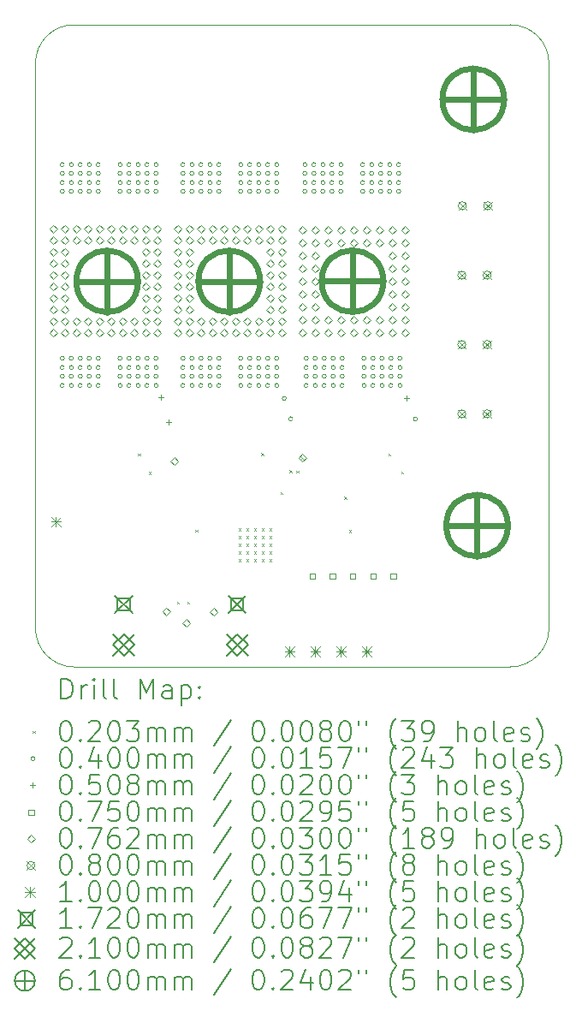
<source format=gbr>
%FSLAX45Y45*%
G04 Gerber Fmt 4.5, Leading zero omitted, Abs format (unit mm)*
G04 Created by KiCad (PCBNEW (6.0.1)) date 2022-02-15 00:41:12*
%MOMM*%
%LPD*%
G01*
G04 APERTURE LIST*
%TA.AperFunction,Profile*%
%ADD10C,0.100000*%
%TD*%
%ADD11C,0.200000*%
%ADD12C,0.020320*%
%ADD13C,0.040000*%
%ADD14C,0.050800*%
%ADD15C,0.075000*%
%ADD16C,0.076200*%
%ADD17C,0.080000*%
%ADD18C,0.100000*%
%ADD19C,0.172000*%
%ADD20C,0.210000*%
%ADD21C,0.610000*%
G04 APERTURE END LIST*
D10*
X11938000Y-8382000D02*
G75*
G03*
X11557000Y-8763000I0J-381000D01*
G01*
X11557000Y-14351000D02*
X11557000Y-9101700D01*
X16256000Y-8382000D02*
X11938000Y-8382000D01*
X11557000Y-8763000D02*
X11557000Y-9101700D01*
X16637000Y-8763000D02*
G75*
G03*
X16256000Y-8382000I-381000J0D01*
G01*
X16256000Y-14732000D02*
G75*
G03*
X16637000Y-14351000I0J381000D01*
G01*
X11557000Y-14351000D02*
G75*
G03*
X11938000Y-14732000I381000J0D01*
G01*
X16256000Y-14732000D02*
X11938000Y-14732000D01*
X16637000Y-14351000D02*
X16637000Y-8763000D01*
D11*
D12*
X12570460Y-12621210D02*
X12590780Y-12641530D01*
X12590780Y-12621210D02*
X12570460Y-12641530D01*
X12677140Y-12804140D02*
X12697460Y-12824460D01*
X12697460Y-12804140D02*
X12677140Y-12824460D01*
X12956540Y-14086840D02*
X12976860Y-14107160D01*
X12976860Y-14086840D02*
X12956540Y-14107160D01*
X13058140Y-14086840D02*
X13078460Y-14107160D01*
X13078460Y-14086840D02*
X13058140Y-14107160D01*
X13139420Y-13375640D02*
X13159740Y-13395960D01*
X13159740Y-13375640D02*
X13139420Y-13395960D01*
X13566140Y-13362940D02*
X13586460Y-13383260D01*
X13586460Y-13362940D02*
X13566140Y-13383260D01*
X13566140Y-13439140D02*
X13586460Y-13459460D01*
X13586460Y-13439140D02*
X13566140Y-13459460D01*
X13566140Y-13515340D02*
X13586460Y-13535660D01*
X13586460Y-13515340D02*
X13566140Y-13535660D01*
X13566140Y-13591540D02*
X13586460Y-13611860D01*
X13586460Y-13591540D02*
X13566140Y-13611860D01*
X13566140Y-13667740D02*
X13586460Y-13688060D01*
X13586460Y-13667740D02*
X13566140Y-13688060D01*
X13642340Y-13362940D02*
X13662660Y-13383260D01*
X13662660Y-13362940D02*
X13642340Y-13383260D01*
X13642340Y-13439140D02*
X13662660Y-13459460D01*
X13662660Y-13439140D02*
X13642340Y-13459460D01*
X13642340Y-13515340D02*
X13662660Y-13535660D01*
X13662660Y-13515340D02*
X13642340Y-13535660D01*
X13642340Y-13591540D02*
X13662660Y-13611860D01*
X13662660Y-13591540D02*
X13642340Y-13611860D01*
X13642340Y-13667740D02*
X13662660Y-13688060D01*
X13662660Y-13667740D02*
X13642340Y-13688060D01*
X13718540Y-13362940D02*
X13738860Y-13383260D01*
X13738860Y-13362940D02*
X13718540Y-13383260D01*
X13718540Y-13439140D02*
X13738860Y-13459460D01*
X13738860Y-13439140D02*
X13718540Y-13459460D01*
X13718540Y-13515340D02*
X13738860Y-13535660D01*
X13738860Y-13515340D02*
X13718540Y-13535660D01*
X13718540Y-13591540D02*
X13738860Y-13611860D01*
X13738860Y-13591540D02*
X13718540Y-13611860D01*
X13718540Y-13667740D02*
X13738860Y-13688060D01*
X13738860Y-13667740D02*
X13718540Y-13688060D01*
X13792200Y-12618670D02*
X13812520Y-12638990D01*
X13812520Y-12618670D02*
X13792200Y-12638990D01*
X13794740Y-13362940D02*
X13815060Y-13383260D01*
X13815060Y-13362940D02*
X13794740Y-13383260D01*
X13794740Y-13439140D02*
X13815060Y-13459460D01*
X13815060Y-13439140D02*
X13794740Y-13459460D01*
X13794740Y-13515340D02*
X13815060Y-13535660D01*
X13815060Y-13515340D02*
X13794740Y-13535660D01*
X13794740Y-13591540D02*
X13815060Y-13611860D01*
X13815060Y-13591540D02*
X13794740Y-13611860D01*
X13794740Y-13667740D02*
X13815060Y-13688060D01*
X13815060Y-13667740D02*
X13794740Y-13688060D01*
X13870940Y-13362940D02*
X13891260Y-13383260D01*
X13891260Y-13362940D02*
X13870940Y-13383260D01*
X13870940Y-13439140D02*
X13891260Y-13459460D01*
X13891260Y-13439140D02*
X13870940Y-13459460D01*
X13870940Y-13515340D02*
X13891260Y-13535660D01*
X13891260Y-13515340D02*
X13870940Y-13535660D01*
X13870940Y-13591540D02*
X13891260Y-13611860D01*
X13891260Y-13591540D02*
X13870940Y-13611860D01*
X13870940Y-13667740D02*
X13891260Y-13688060D01*
X13891260Y-13667740D02*
X13870940Y-13688060D01*
X13980160Y-13002260D02*
X14000480Y-13022580D01*
X14000480Y-13002260D02*
X13980160Y-13022580D01*
X14069060Y-12788900D02*
X14089380Y-12809220D01*
X14089380Y-12788900D02*
X14069060Y-12809220D01*
X14138463Y-12793274D02*
X14158783Y-12813594D01*
X14158783Y-12793274D02*
X14138463Y-12813594D01*
X14185900Y-12654280D02*
X14206220Y-12674600D01*
X14206220Y-12654280D02*
X14185900Y-12674600D01*
X14612620Y-13050520D02*
X14632940Y-13070840D01*
X14632940Y-13050520D02*
X14612620Y-13070840D01*
X14660880Y-13380720D02*
X14681200Y-13401040D01*
X14681200Y-13380720D02*
X14660880Y-13401040D01*
X15046960Y-12621210D02*
X15067280Y-12641530D01*
X15067280Y-12621210D02*
X15046960Y-12641530D01*
X15176500Y-12801600D02*
X15196820Y-12821920D01*
X15196820Y-12801600D02*
X15176500Y-12821920D01*
D13*
X11842400Y-9763760D02*
G75*
G03*
X11842400Y-9763760I-20000J0D01*
G01*
X11842400Y-9852660D02*
G75*
G03*
X11842400Y-9852660I-20000J0D01*
G01*
X11842400Y-9941560D02*
G75*
G03*
X11842400Y-9941560I-20000J0D01*
G01*
X11842400Y-10030460D02*
G75*
G03*
X11842400Y-10030460I-20000J0D01*
G01*
X11842400Y-11681460D02*
G75*
G03*
X11842400Y-11681460I-20000J0D01*
G01*
X11842400Y-11770360D02*
G75*
G03*
X11842400Y-11770360I-20000J0D01*
G01*
X11842400Y-11859260D02*
G75*
G03*
X11842400Y-11859260I-20000J0D01*
G01*
X11842400Y-11948160D02*
G75*
G03*
X11842400Y-11948160I-20000J0D01*
G01*
X11931300Y-9763760D02*
G75*
G03*
X11931300Y-9763760I-20000J0D01*
G01*
X11931300Y-9852660D02*
G75*
G03*
X11931300Y-9852660I-20000J0D01*
G01*
X11931300Y-9941560D02*
G75*
G03*
X11931300Y-9941560I-20000J0D01*
G01*
X11931300Y-10030460D02*
G75*
G03*
X11931300Y-10030460I-20000J0D01*
G01*
X11931300Y-11681460D02*
G75*
G03*
X11931300Y-11681460I-20000J0D01*
G01*
X11931300Y-11770360D02*
G75*
G03*
X11931300Y-11770360I-20000J0D01*
G01*
X11931300Y-11859260D02*
G75*
G03*
X11931300Y-11859260I-20000J0D01*
G01*
X11931300Y-11948160D02*
G75*
G03*
X11931300Y-11948160I-20000J0D01*
G01*
X12020200Y-9763760D02*
G75*
G03*
X12020200Y-9763760I-20000J0D01*
G01*
X12020200Y-9852660D02*
G75*
G03*
X12020200Y-9852660I-20000J0D01*
G01*
X12020200Y-9941560D02*
G75*
G03*
X12020200Y-9941560I-20000J0D01*
G01*
X12020200Y-10030460D02*
G75*
G03*
X12020200Y-10030460I-20000J0D01*
G01*
X12020200Y-11681460D02*
G75*
G03*
X12020200Y-11681460I-20000J0D01*
G01*
X12020200Y-11770360D02*
G75*
G03*
X12020200Y-11770360I-20000J0D01*
G01*
X12020200Y-11859260D02*
G75*
G03*
X12020200Y-11859260I-20000J0D01*
G01*
X12020200Y-11948160D02*
G75*
G03*
X12020200Y-11948160I-20000J0D01*
G01*
X12109100Y-9763760D02*
G75*
G03*
X12109100Y-9763760I-20000J0D01*
G01*
X12109100Y-9852660D02*
G75*
G03*
X12109100Y-9852660I-20000J0D01*
G01*
X12109100Y-9941560D02*
G75*
G03*
X12109100Y-9941560I-20000J0D01*
G01*
X12109100Y-10030460D02*
G75*
G03*
X12109100Y-10030460I-20000J0D01*
G01*
X12109100Y-11681460D02*
G75*
G03*
X12109100Y-11681460I-20000J0D01*
G01*
X12109100Y-11770360D02*
G75*
G03*
X12109100Y-11770360I-20000J0D01*
G01*
X12109100Y-11859260D02*
G75*
G03*
X12109100Y-11859260I-20000J0D01*
G01*
X12109100Y-11948160D02*
G75*
G03*
X12109100Y-11948160I-20000J0D01*
G01*
X12198000Y-9763760D02*
G75*
G03*
X12198000Y-9763760I-20000J0D01*
G01*
X12198000Y-9852660D02*
G75*
G03*
X12198000Y-9852660I-20000J0D01*
G01*
X12198000Y-9941560D02*
G75*
G03*
X12198000Y-9941560I-20000J0D01*
G01*
X12198000Y-10030460D02*
G75*
G03*
X12198000Y-10030460I-20000J0D01*
G01*
X12198000Y-11681460D02*
G75*
G03*
X12198000Y-11681460I-20000J0D01*
G01*
X12198000Y-11770360D02*
G75*
G03*
X12198000Y-11770360I-20000J0D01*
G01*
X12198000Y-11859260D02*
G75*
G03*
X12198000Y-11859260I-20000J0D01*
G01*
X12198000Y-11948160D02*
G75*
G03*
X12198000Y-11948160I-20000J0D01*
G01*
X12413900Y-9763760D02*
G75*
G03*
X12413900Y-9763760I-20000J0D01*
G01*
X12413900Y-9852660D02*
G75*
G03*
X12413900Y-9852660I-20000J0D01*
G01*
X12413900Y-9941560D02*
G75*
G03*
X12413900Y-9941560I-20000J0D01*
G01*
X12413900Y-10030460D02*
G75*
G03*
X12413900Y-10030460I-20000J0D01*
G01*
X12413900Y-11681460D02*
G75*
G03*
X12413900Y-11681460I-20000J0D01*
G01*
X12413900Y-11770360D02*
G75*
G03*
X12413900Y-11770360I-20000J0D01*
G01*
X12413900Y-11859260D02*
G75*
G03*
X12413900Y-11859260I-20000J0D01*
G01*
X12413900Y-11948160D02*
G75*
G03*
X12413900Y-11948160I-20000J0D01*
G01*
X12502800Y-9763760D02*
G75*
G03*
X12502800Y-9763760I-20000J0D01*
G01*
X12502800Y-9852660D02*
G75*
G03*
X12502800Y-9852660I-20000J0D01*
G01*
X12502800Y-9941560D02*
G75*
G03*
X12502800Y-9941560I-20000J0D01*
G01*
X12502800Y-10030460D02*
G75*
G03*
X12502800Y-10030460I-20000J0D01*
G01*
X12502800Y-11681460D02*
G75*
G03*
X12502800Y-11681460I-20000J0D01*
G01*
X12502800Y-11770360D02*
G75*
G03*
X12502800Y-11770360I-20000J0D01*
G01*
X12502800Y-11859260D02*
G75*
G03*
X12502800Y-11859260I-20000J0D01*
G01*
X12502800Y-11948160D02*
G75*
G03*
X12502800Y-11948160I-20000J0D01*
G01*
X12591700Y-9763760D02*
G75*
G03*
X12591700Y-9763760I-20000J0D01*
G01*
X12591700Y-9852660D02*
G75*
G03*
X12591700Y-9852660I-20000J0D01*
G01*
X12591700Y-9941560D02*
G75*
G03*
X12591700Y-9941560I-20000J0D01*
G01*
X12591700Y-10030460D02*
G75*
G03*
X12591700Y-10030460I-20000J0D01*
G01*
X12591700Y-11681460D02*
G75*
G03*
X12591700Y-11681460I-20000J0D01*
G01*
X12591700Y-11770360D02*
G75*
G03*
X12591700Y-11770360I-20000J0D01*
G01*
X12591700Y-11859260D02*
G75*
G03*
X12591700Y-11859260I-20000J0D01*
G01*
X12591700Y-11948160D02*
G75*
G03*
X12591700Y-11948160I-20000J0D01*
G01*
X12680600Y-9763760D02*
G75*
G03*
X12680600Y-9763760I-20000J0D01*
G01*
X12680600Y-9852660D02*
G75*
G03*
X12680600Y-9852660I-20000J0D01*
G01*
X12680600Y-9941560D02*
G75*
G03*
X12680600Y-9941560I-20000J0D01*
G01*
X12680600Y-10030460D02*
G75*
G03*
X12680600Y-10030460I-20000J0D01*
G01*
X12680600Y-11681460D02*
G75*
G03*
X12680600Y-11681460I-20000J0D01*
G01*
X12680600Y-11770360D02*
G75*
G03*
X12680600Y-11770360I-20000J0D01*
G01*
X12680600Y-11859260D02*
G75*
G03*
X12680600Y-11859260I-20000J0D01*
G01*
X12680600Y-11948160D02*
G75*
G03*
X12680600Y-11948160I-20000J0D01*
G01*
X12769500Y-9763760D02*
G75*
G03*
X12769500Y-9763760I-20000J0D01*
G01*
X12769500Y-9852660D02*
G75*
G03*
X12769500Y-9852660I-20000J0D01*
G01*
X12769500Y-9941560D02*
G75*
G03*
X12769500Y-9941560I-20000J0D01*
G01*
X12769500Y-10030460D02*
G75*
G03*
X12769500Y-10030460I-20000J0D01*
G01*
X12769500Y-11681460D02*
G75*
G03*
X12769500Y-11681460I-20000J0D01*
G01*
X12769500Y-11770360D02*
G75*
G03*
X12769500Y-11770360I-20000J0D01*
G01*
X12769500Y-11859260D02*
G75*
G03*
X12769500Y-11859260I-20000J0D01*
G01*
X12769500Y-11948160D02*
G75*
G03*
X12769500Y-11948160I-20000J0D01*
G01*
X13036200Y-9763760D02*
G75*
G03*
X13036200Y-9763760I-20000J0D01*
G01*
X13036200Y-9852660D02*
G75*
G03*
X13036200Y-9852660I-20000J0D01*
G01*
X13036200Y-9941560D02*
G75*
G03*
X13036200Y-9941560I-20000J0D01*
G01*
X13036200Y-10030460D02*
G75*
G03*
X13036200Y-10030460I-20000J0D01*
G01*
X13036200Y-11681460D02*
G75*
G03*
X13036200Y-11681460I-20000J0D01*
G01*
X13036200Y-11770360D02*
G75*
G03*
X13036200Y-11770360I-20000J0D01*
G01*
X13036200Y-11859260D02*
G75*
G03*
X13036200Y-11859260I-20000J0D01*
G01*
X13036200Y-11948160D02*
G75*
G03*
X13036200Y-11948160I-20000J0D01*
G01*
X13125100Y-9763760D02*
G75*
G03*
X13125100Y-9763760I-20000J0D01*
G01*
X13125100Y-9852660D02*
G75*
G03*
X13125100Y-9852660I-20000J0D01*
G01*
X13125100Y-9941560D02*
G75*
G03*
X13125100Y-9941560I-20000J0D01*
G01*
X13125100Y-10030460D02*
G75*
G03*
X13125100Y-10030460I-20000J0D01*
G01*
X13125100Y-11681460D02*
G75*
G03*
X13125100Y-11681460I-20000J0D01*
G01*
X13125100Y-11770360D02*
G75*
G03*
X13125100Y-11770360I-20000J0D01*
G01*
X13125100Y-11859260D02*
G75*
G03*
X13125100Y-11859260I-20000J0D01*
G01*
X13125100Y-11948160D02*
G75*
G03*
X13125100Y-11948160I-20000J0D01*
G01*
X13214000Y-9763760D02*
G75*
G03*
X13214000Y-9763760I-20000J0D01*
G01*
X13214000Y-9852660D02*
G75*
G03*
X13214000Y-9852660I-20000J0D01*
G01*
X13214000Y-9941560D02*
G75*
G03*
X13214000Y-9941560I-20000J0D01*
G01*
X13214000Y-10030460D02*
G75*
G03*
X13214000Y-10030460I-20000J0D01*
G01*
X13214000Y-11681460D02*
G75*
G03*
X13214000Y-11681460I-20000J0D01*
G01*
X13214000Y-11770360D02*
G75*
G03*
X13214000Y-11770360I-20000J0D01*
G01*
X13214000Y-11859260D02*
G75*
G03*
X13214000Y-11859260I-20000J0D01*
G01*
X13214000Y-11948160D02*
G75*
G03*
X13214000Y-11948160I-20000J0D01*
G01*
X13302900Y-9763760D02*
G75*
G03*
X13302900Y-9763760I-20000J0D01*
G01*
X13302900Y-9852660D02*
G75*
G03*
X13302900Y-9852660I-20000J0D01*
G01*
X13302900Y-9941560D02*
G75*
G03*
X13302900Y-9941560I-20000J0D01*
G01*
X13302900Y-10030460D02*
G75*
G03*
X13302900Y-10030460I-20000J0D01*
G01*
X13302900Y-11681460D02*
G75*
G03*
X13302900Y-11681460I-20000J0D01*
G01*
X13302900Y-11770360D02*
G75*
G03*
X13302900Y-11770360I-20000J0D01*
G01*
X13302900Y-11859260D02*
G75*
G03*
X13302900Y-11859260I-20000J0D01*
G01*
X13302900Y-11948160D02*
G75*
G03*
X13302900Y-11948160I-20000J0D01*
G01*
X13391800Y-9763760D02*
G75*
G03*
X13391800Y-9763760I-20000J0D01*
G01*
X13391800Y-9852660D02*
G75*
G03*
X13391800Y-9852660I-20000J0D01*
G01*
X13391800Y-9941560D02*
G75*
G03*
X13391800Y-9941560I-20000J0D01*
G01*
X13391800Y-10030460D02*
G75*
G03*
X13391800Y-10030460I-20000J0D01*
G01*
X13391800Y-11681460D02*
G75*
G03*
X13391800Y-11681460I-20000J0D01*
G01*
X13391800Y-11770360D02*
G75*
G03*
X13391800Y-11770360I-20000J0D01*
G01*
X13391800Y-11859260D02*
G75*
G03*
X13391800Y-11859260I-20000J0D01*
G01*
X13391800Y-11948160D02*
G75*
G03*
X13391800Y-11948160I-20000J0D01*
G01*
X13607700Y-9763760D02*
G75*
G03*
X13607700Y-9763760I-20000J0D01*
G01*
X13607700Y-9852660D02*
G75*
G03*
X13607700Y-9852660I-20000J0D01*
G01*
X13607700Y-9941560D02*
G75*
G03*
X13607700Y-9941560I-20000J0D01*
G01*
X13607700Y-10030460D02*
G75*
G03*
X13607700Y-10030460I-20000J0D01*
G01*
X13607700Y-11681460D02*
G75*
G03*
X13607700Y-11681460I-20000J0D01*
G01*
X13607700Y-11770360D02*
G75*
G03*
X13607700Y-11770360I-20000J0D01*
G01*
X13607700Y-11859260D02*
G75*
G03*
X13607700Y-11859260I-20000J0D01*
G01*
X13607700Y-11948160D02*
G75*
G03*
X13607700Y-11948160I-20000J0D01*
G01*
X13696600Y-9763760D02*
G75*
G03*
X13696600Y-9763760I-20000J0D01*
G01*
X13696600Y-9852660D02*
G75*
G03*
X13696600Y-9852660I-20000J0D01*
G01*
X13696600Y-9941560D02*
G75*
G03*
X13696600Y-9941560I-20000J0D01*
G01*
X13696600Y-10030460D02*
G75*
G03*
X13696600Y-10030460I-20000J0D01*
G01*
X13696600Y-11681460D02*
G75*
G03*
X13696600Y-11681460I-20000J0D01*
G01*
X13696600Y-11770360D02*
G75*
G03*
X13696600Y-11770360I-20000J0D01*
G01*
X13696600Y-11859260D02*
G75*
G03*
X13696600Y-11859260I-20000J0D01*
G01*
X13696600Y-11948160D02*
G75*
G03*
X13696600Y-11948160I-20000J0D01*
G01*
X13785500Y-9763760D02*
G75*
G03*
X13785500Y-9763760I-20000J0D01*
G01*
X13785500Y-9852660D02*
G75*
G03*
X13785500Y-9852660I-20000J0D01*
G01*
X13785500Y-9941560D02*
G75*
G03*
X13785500Y-9941560I-20000J0D01*
G01*
X13785500Y-10030460D02*
G75*
G03*
X13785500Y-10030460I-20000J0D01*
G01*
X13785500Y-11681460D02*
G75*
G03*
X13785500Y-11681460I-20000J0D01*
G01*
X13785500Y-11770360D02*
G75*
G03*
X13785500Y-11770360I-20000J0D01*
G01*
X13785500Y-11859260D02*
G75*
G03*
X13785500Y-11859260I-20000J0D01*
G01*
X13785500Y-11948160D02*
G75*
G03*
X13785500Y-11948160I-20000J0D01*
G01*
X13874400Y-9763760D02*
G75*
G03*
X13874400Y-9763760I-20000J0D01*
G01*
X13874400Y-9852660D02*
G75*
G03*
X13874400Y-9852660I-20000J0D01*
G01*
X13874400Y-9941560D02*
G75*
G03*
X13874400Y-9941560I-20000J0D01*
G01*
X13874400Y-10030460D02*
G75*
G03*
X13874400Y-10030460I-20000J0D01*
G01*
X13874400Y-11681460D02*
G75*
G03*
X13874400Y-11681460I-20000J0D01*
G01*
X13874400Y-11770360D02*
G75*
G03*
X13874400Y-11770360I-20000J0D01*
G01*
X13874400Y-11859260D02*
G75*
G03*
X13874400Y-11859260I-20000J0D01*
G01*
X13874400Y-11948160D02*
G75*
G03*
X13874400Y-11948160I-20000J0D01*
G01*
X13963300Y-9763760D02*
G75*
G03*
X13963300Y-9763760I-20000J0D01*
G01*
X13963300Y-9852660D02*
G75*
G03*
X13963300Y-9852660I-20000J0D01*
G01*
X13963300Y-9941560D02*
G75*
G03*
X13963300Y-9941560I-20000J0D01*
G01*
X13963300Y-10030460D02*
G75*
G03*
X13963300Y-10030460I-20000J0D01*
G01*
X13963300Y-11681460D02*
G75*
G03*
X13963300Y-11681460I-20000J0D01*
G01*
X13963300Y-11770360D02*
G75*
G03*
X13963300Y-11770360I-20000J0D01*
G01*
X13963300Y-11859260D02*
G75*
G03*
X13963300Y-11859260I-20000J0D01*
G01*
X13963300Y-11948160D02*
G75*
G03*
X13963300Y-11948160I-20000J0D01*
G01*
X14037680Y-12077700D02*
G75*
G03*
X14037680Y-12077700I-20000J0D01*
G01*
X14103000Y-12278360D02*
G75*
G03*
X14103000Y-12278360I-20000J0D01*
G01*
X14242700Y-9763760D02*
G75*
G03*
X14242700Y-9763760I-20000J0D01*
G01*
X14242700Y-9852660D02*
G75*
G03*
X14242700Y-9852660I-20000J0D01*
G01*
X14242700Y-9941560D02*
G75*
G03*
X14242700Y-9941560I-20000J0D01*
G01*
X14242700Y-10030460D02*
G75*
G03*
X14242700Y-10030460I-20000J0D01*
G01*
X14255400Y-11681460D02*
G75*
G03*
X14255400Y-11681460I-20000J0D01*
G01*
X14255400Y-11770360D02*
G75*
G03*
X14255400Y-11770360I-20000J0D01*
G01*
X14255400Y-11859260D02*
G75*
G03*
X14255400Y-11859260I-20000J0D01*
G01*
X14255400Y-11948160D02*
G75*
G03*
X14255400Y-11948160I-20000J0D01*
G01*
X14331600Y-9763760D02*
G75*
G03*
X14331600Y-9763760I-20000J0D01*
G01*
X14331600Y-9852660D02*
G75*
G03*
X14331600Y-9852660I-20000J0D01*
G01*
X14331600Y-9941560D02*
G75*
G03*
X14331600Y-9941560I-20000J0D01*
G01*
X14331600Y-10030460D02*
G75*
G03*
X14331600Y-10030460I-20000J0D01*
G01*
X14344300Y-11681460D02*
G75*
G03*
X14344300Y-11681460I-20000J0D01*
G01*
X14344300Y-11770360D02*
G75*
G03*
X14344300Y-11770360I-20000J0D01*
G01*
X14344300Y-11859260D02*
G75*
G03*
X14344300Y-11859260I-20000J0D01*
G01*
X14344300Y-11948160D02*
G75*
G03*
X14344300Y-11948160I-20000J0D01*
G01*
X14420500Y-9763760D02*
G75*
G03*
X14420500Y-9763760I-20000J0D01*
G01*
X14420500Y-9852660D02*
G75*
G03*
X14420500Y-9852660I-20000J0D01*
G01*
X14420500Y-9941560D02*
G75*
G03*
X14420500Y-9941560I-20000J0D01*
G01*
X14420500Y-10030460D02*
G75*
G03*
X14420500Y-10030460I-20000J0D01*
G01*
X14433200Y-11681460D02*
G75*
G03*
X14433200Y-11681460I-20000J0D01*
G01*
X14433200Y-11770360D02*
G75*
G03*
X14433200Y-11770360I-20000J0D01*
G01*
X14433200Y-11859260D02*
G75*
G03*
X14433200Y-11859260I-20000J0D01*
G01*
X14433200Y-11948160D02*
G75*
G03*
X14433200Y-11948160I-20000J0D01*
G01*
X14509400Y-9763760D02*
G75*
G03*
X14509400Y-9763760I-20000J0D01*
G01*
X14509400Y-9852660D02*
G75*
G03*
X14509400Y-9852660I-20000J0D01*
G01*
X14509400Y-9941560D02*
G75*
G03*
X14509400Y-9941560I-20000J0D01*
G01*
X14509400Y-10030460D02*
G75*
G03*
X14509400Y-10030460I-20000J0D01*
G01*
X14522100Y-11681460D02*
G75*
G03*
X14522100Y-11681460I-20000J0D01*
G01*
X14522100Y-11770360D02*
G75*
G03*
X14522100Y-11770360I-20000J0D01*
G01*
X14522100Y-11859260D02*
G75*
G03*
X14522100Y-11859260I-20000J0D01*
G01*
X14522100Y-11948160D02*
G75*
G03*
X14522100Y-11948160I-20000J0D01*
G01*
X14598300Y-9763760D02*
G75*
G03*
X14598300Y-9763760I-20000J0D01*
G01*
X14598300Y-9852660D02*
G75*
G03*
X14598300Y-9852660I-20000J0D01*
G01*
X14598300Y-9941560D02*
G75*
G03*
X14598300Y-9941560I-20000J0D01*
G01*
X14598300Y-10030460D02*
G75*
G03*
X14598300Y-10030460I-20000J0D01*
G01*
X14611000Y-11681460D02*
G75*
G03*
X14611000Y-11681460I-20000J0D01*
G01*
X14611000Y-11770360D02*
G75*
G03*
X14611000Y-11770360I-20000J0D01*
G01*
X14611000Y-11859260D02*
G75*
G03*
X14611000Y-11859260I-20000J0D01*
G01*
X14611000Y-11948160D02*
G75*
G03*
X14611000Y-11948160I-20000J0D01*
G01*
X14814200Y-9763760D02*
G75*
G03*
X14814200Y-9763760I-20000J0D01*
G01*
X14814200Y-9852660D02*
G75*
G03*
X14814200Y-9852660I-20000J0D01*
G01*
X14814200Y-9941560D02*
G75*
G03*
X14814200Y-9941560I-20000J0D01*
G01*
X14814200Y-10030460D02*
G75*
G03*
X14814200Y-10030460I-20000J0D01*
G01*
X14826900Y-11681460D02*
G75*
G03*
X14826900Y-11681460I-20000J0D01*
G01*
X14826900Y-11770360D02*
G75*
G03*
X14826900Y-11770360I-20000J0D01*
G01*
X14826900Y-11859260D02*
G75*
G03*
X14826900Y-11859260I-20000J0D01*
G01*
X14826900Y-11948160D02*
G75*
G03*
X14826900Y-11948160I-20000J0D01*
G01*
X14903100Y-9763760D02*
G75*
G03*
X14903100Y-9763760I-20000J0D01*
G01*
X14903100Y-9852660D02*
G75*
G03*
X14903100Y-9852660I-20000J0D01*
G01*
X14903100Y-9941560D02*
G75*
G03*
X14903100Y-9941560I-20000J0D01*
G01*
X14903100Y-10030460D02*
G75*
G03*
X14903100Y-10030460I-20000J0D01*
G01*
X14915800Y-11681460D02*
G75*
G03*
X14915800Y-11681460I-20000J0D01*
G01*
X14915800Y-11770360D02*
G75*
G03*
X14915800Y-11770360I-20000J0D01*
G01*
X14915800Y-11859260D02*
G75*
G03*
X14915800Y-11859260I-20000J0D01*
G01*
X14915800Y-11948160D02*
G75*
G03*
X14915800Y-11948160I-20000J0D01*
G01*
X14992000Y-9763760D02*
G75*
G03*
X14992000Y-9763760I-20000J0D01*
G01*
X14992000Y-9852660D02*
G75*
G03*
X14992000Y-9852660I-20000J0D01*
G01*
X14992000Y-9941560D02*
G75*
G03*
X14992000Y-9941560I-20000J0D01*
G01*
X14992000Y-10030460D02*
G75*
G03*
X14992000Y-10030460I-20000J0D01*
G01*
X15004700Y-11681460D02*
G75*
G03*
X15004700Y-11681460I-20000J0D01*
G01*
X15004700Y-11770360D02*
G75*
G03*
X15004700Y-11770360I-20000J0D01*
G01*
X15004700Y-11859260D02*
G75*
G03*
X15004700Y-11859260I-20000J0D01*
G01*
X15004700Y-11948160D02*
G75*
G03*
X15004700Y-11948160I-20000J0D01*
G01*
X15080900Y-9763760D02*
G75*
G03*
X15080900Y-9763760I-20000J0D01*
G01*
X15080900Y-9852660D02*
G75*
G03*
X15080900Y-9852660I-20000J0D01*
G01*
X15080900Y-9941560D02*
G75*
G03*
X15080900Y-9941560I-20000J0D01*
G01*
X15080900Y-10030460D02*
G75*
G03*
X15080900Y-10030460I-20000J0D01*
G01*
X15093600Y-11681460D02*
G75*
G03*
X15093600Y-11681460I-20000J0D01*
G01*
X15093600Y-11770360D02*
G75*
G03*
X15093600Y-11770360I-20000J0D01*
G01*
X15093600Y-11859260D02*
G75*
G03*
X15093600Y-11859260I-20000J0D01*
G01*
X15093600Y-11948160D02*
G75*
G03*
X15093600Y-11948160I-20000J0D01*
G01*
X15169800Y-9763760D02*
G75*
G03*
X15169800Y-9763760I-20000J0D01*
G01*
X15169800Y-9852660D02*
G75*
G03*
X15169800Y-9852660I-20000J0D01*
G01*
X15169800Y-9941560D02*
G75*
G03*
X15169800Y-9941560I-20000J0D01*
G01*
X15169800Y-10030460D02*
G75*
G03*
X15169800Y-10030460I-20000J0D01*
G01*
X15182500Y-11681460D02*
G75*
G03*
X15182500Y-11681460I-20000J0D01*
G01*
X15182500Y-11770360D02*
G75*
G03*
X15182500Y-11770360I-20000J0D01*
G01*
X15182500Y-11859260D02*
G75*
G03*
X15182500Y-11859260I-20000J0D01*
G01*
X15182500Y-11948160D02*
G75*
G03*
X15182500Y-11948160I-20000J0D01*
G01*
X15336200Y-12280900D02*
G75*
G03*
X15336200Y-12280900I-20000J0D01*
G01*
D14*
X12798480Y-12039600D02*
X12798480Y-12090400D01*
X12773080Y-12065000D02*
X12823880Y-12065000D01*
X12870180Y-12285980D02*
X12870180Y-12336780D01*
X12844780Y-12311380D02*
X12895580Y-12311380D01*
X15227300Y-12047220D02*
X15227300Y-12098020D01*
X15201900Y-12072620D02*
X15252700Y-12072620D01*
D15*
X14322957Y-13863557D02*
X14322957Y-13810523D01*
X14269923Y-13810523D01*
X14269923Y-13863557D01*
X14322957Y-13863557D01*
X14522957Y-13863557D02*
X14522957Y-13810523D01*
X14469923Y-13810523D01*
X14469923Y-13863557D01*
X14522957Y-13863557D01*
X14722957Y-13863557D02*
X14722957Y-13810523D01*
X14669923Y-13810523D01*
X14669923Y-13863557D01*
X14722957Y-13863557D01*
X14922957Y-13863557D02*
X14922957Y-13810523D01*
X14869923Y-13810523D01*
X14869923Y-13863557D01*
X14922957Y-13863557D01*
X15122957Y-13863557D02*
X15122957Y-13810523D01*
X15069923Y-13810523D01*
X15069923Y-13863557D01*
X15122957Y-13863557D01*
D16*
X11734800Y-10439400D02*
X11772900Y-10401300D01*
X11734800Y-10363200D01*
X11696700Y-10401300D01*
X11734800Y-10439400D01*
X11734800Y-10553700D02*
X11772900Y-10515600D01*
X11734800Y-10477500D01*
X11696700Y-10515600D01*
X11734800Y-10553700D01*
X11734800Y-10668000D02*
X11772900Y-10629900D01*
X11734800Y-10591800D01*
X11696700Y-10629900D01*
X11734800Y-10668000D01*
X11734800Y-10782300D02*
X11772900Y-10744200D01*
X11734800Y-10706100D01*
X11696700Y-10744200D01*
X11734800Y-10782300D01*
X11734800Y-10896600D02*
X11772900Y-10858500D01*
X11734800Y-10820400D01*
X11696700Y-10858500D01*
X11734800Y-10896600D01*
X11734800Y-11010900D02*
X11772900Y-10972800D01*
X11734800Y-10934700D01*
X11696700Y-10972800D01*
X11734800Y-11010900D01*
X11734800Y-11125200D02*
X11772900Y-11087100D01*
X11734800Y-11049000D01*
X11696700Y-11087100D01*
X11734800Y-11125200D01*
X11734800Y-11239500D02*
X11772900Y-11201400D01*
X11734800Y-11163300D01*
X11696700Y-11201400D01*
X11734800Y-11239500D01*
X11734800Y-11353800D02*
X11772900Y-11315700D01*
X11734800Y-11277600D01*
X11696700Y-11315700D01*
X11734800Y-11353800D01*
X11734800Y-11468100D02*
X11772900Y-11430000D01*
X11734800Y-11391900D01*
X11696700Y-11430000D01*
X11734800Y-11468100D01*
X11849100Y-10439400D02*
X11887200Y-10401300D01*
X11849100Y-10363200D01*
X11811000Y-10401300D01*
X11849100Y-10439400D01*
X11849100Y-10553700D02*
X11887200Y-10515600D01*
X11849100Y-10477500D01*
X11811000Y-10515600D01*
X11849100Y-10553700D01*
X11849100Y-10668000D02*
X11887200Y-10629900D01*
X11849100Y-10591800D01*
X11811000Y-10629900D01*
X11849100Y-10668000D01*
X11849100Y-10782300D02*
X11887200Y-10744200D01*
X11849100Y-10706100D01*
X11811000Y-10744200D01*
X11849100Y-10782300D01*
X11849100Y-10896600D02*
X11887200Y-10858500D01*
X11849100Y-10820400D01*
X11811000Y-10858500D01*
X11849100Y-10896600D01*
X11849100Y-11010900D02*
X11887200Y-10972800D01*
X11849100Y-10934700D01*
X11811000Y-10972800D01*
X11849100Y-11010900D01*
X11849100Y-11125200D02*
X11887200Y-11087100D01*
X11849100Y-11049000D01*
X11811000Y-11087100D01*
X11849100Y-11125200D01*
X11849100Y-11239500D02*
X11887200Y-11201400D01*
X11849100Y-11163300D01*
X11811000Y-11201400D01*
X11849100Y-11239500D01*
X11849100Y-11353800D02*
X11887200Y-11315700D01*
X11849100Y-11277600D01*
X11811000Y-11315700D01*
X11849100Y-11353800D01*
X11849100Y-11468100D02*
X11887200Y-11430000D01*
X11849100Y-11391900D01*
X11811000Y-11430000D01*
X11849100Y-11468100D01*
X11963400Y-10439400D02*
X12001500Y-10401300D01*
X11963400Y-10363200D01*
X11925300Y-10401300D01*
X11963400Y-10439400D01*
X11963400Y-10553700D02*
X12001500Y-10515600D01*
X11963400Y-10477500D01*
X11925300Y-10515600D01*
X11963400Y-10553700D01*
X11963400Y-11353800D02*
X12001500Y-11315700D01*
X11963400Y-11277600D01*
X11925300Y-11315700D01*
X11963400Y-11353800D01*
X11963400Y-11468100D02*
X12001500Y-11430000D01*
X11963400Y-11391900D01*
X11925300Y-11430000D01*
X11963400Y-11468100D01*
X12077700Y-10439400D02*
X12115800Y-10401300D01*
X12077700Y-10363200D01*
X12039600Y-10401300D01*
X12077700Y-10439400D01*
X12077700Y-10553700D02*
X12115800Y-10515600D01*
X12077700Y-10477500D01*
X12039600Y-10515600D01*
X12077700Y-10553700D01*
X12077700Y-11353800D02*
X12115800Y-11315700D01*
X12077700Y-11277600D01*
X12039600Y-11315700D01*
X12077700Y-11353800D01*
X12077700Y-11468100D02*
X12115800Y-11430000D01*
X12077700Y-11391900D01*
X12039600Y-11430000D01*
X12077700Y-11468100D01*
X12192000Y-10439400D02*
X12230100Y-10401300D01*
X12192000Y-10363200D01*
X12153900Y-10401300D01*
X12192000Y-10439400D01*
X12192000Y-10553700D02*
X12230100Y-10515600D01*
X12192000Y-10477500D01*
X12153900Y-10515600D01*
X12192000Y-10553700D01*
X12192000Y-11353800D02*
X12230100Y-11315700D01*
X12192000Y-11277600D01*
X12153900Y-11315700D01*
X12192000Y-11353800D01*
X12192000Y-11468100D02*
X12230100Y-11430000D01*
X12192000Y-11391900D01*
X12153900Y-11430000D01*
X12192000Y-11468100D01*
X12306300Y-10439400D02*
X12344400Y-10401300D01*
X12306300Y-10363200D01*
X12268200Y-10401300D01*
X12306300Y-10439400D01*
X12306300Y-10553700D02*
X12344400Y-10515600D01*
X12306300Y-10477500D01*
X12268200Y-10515600D01*
X12306300Y-10553700D01*
X12306300Y-11353800D02*
X12344400Y-11315700D01*
X12306300Y-11277600D01*
X12268200Y-11315700D01*
X12306300Y-11353800D01*
X12306300Y-11468100D02*
X12344400Y-11430000D01*
X12306300Y-11391900D01*
X12268200Y-11430000D01*
X12306300Y-11468100D01*
X12420600Y-10439400D02*
X12458700Y-10401300D01*
X12420600Y-10363200D01*
X12382500Y-10401300D01*
X12420600Y-10439400D01*
X12420600Y-10553700D02*
X12458700Y-10515600D01*
X12420600Y-10477500D01*
X12382500Y-10515600D01*
X12420600Y-10553700D01*
X12420600Y-11353800D02*
X12458700Y-11315700D01*
X12420600Y-11277600D01*
X12382500Y-11315700D01*
X12420600Y-11353800D01*
X12420600Y-11468100D02*
X12458700Y-11430000D01*
X12420600Y-11391900D01*
X12382500Y-11430000D01*
X12420600Y-11468100D01*
X12534900Y-10439400D02*
X12573000Y-10401300D01*
X12534900Y-10363200D01*
X12496800Y-10401300D01*
X12534900Y-10439400D01*
X12534900Y-10553700D02*
X12573000Y-10515600D01*
X12534900Y-10477500D01*
X12496800Y-10515600D01*
X12534900Y-10553700D01*
X12534900Y-11353800D02*
X12573000Y-11315700D01*
X12534900Y-11277600D01*
X12496800Y-11315700D01*
X12534900Y-11353800D01*
X12534900Y-11468100D02*
X12573000Y-11430000D01*
X12534900Y-11391900D01*
X12496800Y-11430000D01*
X12534900Y-11468100D01*
X12649200Y-10439400D02*
X12687300Y-10401300D01*
X12649200Y-10363200D01*
X12611100Y-10401300D01*
X12649200Y-10439400D01*
X12649200Y-10553700D02*
X12687300Y-10515600D01*
X12649200Y-10477500D01*
X12611100Y-10515600D01*
X12649200Y-10553700D01*
X12649200Y-10668000D02*
X12687300Y-10629900D01*
X12649200Y-10591800D01*
X12611100Y-10629900D01*
X12649200Y-10668000D01*
X12649200Y-10782300D02*
X12687300Y-10744200D01*
X12649200Y-10706100D01*
X12611100Y-10744200D01*
X12649200Y-10782300D01*
X12649200Y-10896600D02*
X12687300Y-10858500D01*
X12649200Y-10820400D01*
X12611100Y-10858500D01*
X12649200Y-10896600D01*
X12649200Y-11010900D02*
X12687300Y-10972800D01*
X12649200Y-10934700D01*
X12611100Y-10972800D01*
X12649200Y-11010900D01*
X12649200Y-11125200D02*
X12687300Y-11087100D01*
X12649200Y-11049000D01*
X12611100Y-11087100D01*
X12649200Y-11125200D01*
X12649200Y-11239500D02*
X12687300Y-11201400D01*
X12649200Y-11163300D01*
X12611100Y-11201400D01*
X12649200Y-11239500D01*
X12649200Y-11353800D02*
X12687300Y-11315700D01*
X12649200Y-11277600D01*
X12611100Y-11315700D01*
X12649200Y-11353800D01*
X12649200Y-11468100D02*
X12687300Y-11430000D01*
X12649200Y-11391900D01*
X12611100Y-11430000D01*
X12649200Y-11468100D01*
X12763500Y-10439400D02*
X12801600Y-10401300D01*
X12763500Y-10363200D01*
X12725400Y-10401300D01*
X12763500Y-10439400D01*
X12763500Y-10553700D02*
X12801600Y-10515600D01*
X12763500Y-10477500D01*
X12725400Y-10515600D01*
X12763500Y-10553700D01*
X12763500Y-10668000D02*
X12801600Y-10629900D01*
X12763500Y-10591800D01*
X12725400Y-10629900D01*
X12763500Y-10668000D01*
X12763500Y-10782300D02*
X12801600Y-10744200D01*
X12763500Y-10706100D01*
X12725400Y-10744200D01*
X12763500Y-10782300D01*
X12763500Y-10896600D02*
X12801600Y-10858500D01*
X12763500Y-10820400D01*
X12725400Y-10858500D01*
X12763500Y-10896600D01*
X12763500Y-11010900D02*
X12801600Y-10972800D01*
X12763500Y-10934700D01*
X12725400Y-10972800D01*
X12763500Y-11010900D01*
X12763500Y-11125200D02*
X12801600Y-11087100D01*
X12763500Y-11049000D01*
X12725400Y-11087100D01*
X12763500Y-11125200D01*
X12763500Y-11239500D02*
X12801600Y-11201400D01*
X12763500Y-11163300D01*
X12725400Y-11201400D01*
X12763500Y-11239500D01*
X12763500Y-11353800D02*
X12801600Y-11315700D01*
X12763500Y-11277600D01*
X12725400Y-11315700D01*
X12763500Y-11353800D01*
X12763500Y-11468100D02*
X12801600Y-11430000D01*
X12763500Y-11391900D01*
X12725400Y-11430000D01*
X12763500Y-11468100D01*
X12852400Y-14224000D02*
X12890500Y-14185900D01*
X12852400Y-14147800D01*
X12814300Y-14185900D01*
X12852400Y-14224000D01*
X12931140Y-12738100D02*
X12969240Y-12700000D01*
X12931140Y-12661900D01*
X12893040Y-12700000D01*
X12931140Y-12738100D01*
X12966700Y-10439400D02*
X13004800Y-10401300D01*
X12966700Y-10363200D01*
X12928600Y-10401300D01*
X12966700Y-10439400D01*
X12966700Y-10553700D02*
X13004800Y-10515600D01*
X12966700Y-10477500D01*
X12928600Y-10515600D01*
X12966700Y-10553700D01*
X12966700Y-10668000D02*
X13004800Y-10629900D01*
X12966700Y-10591800D01*
X12928600Y-10629900D01*
X12966700Y-10668000D01*
X12966700Y-10782300D02*
X13004800Y-10744200D01*
X12966700Y-10706100D01*
X12928600Y-10744200D01*
X12966700Y-10782300D01*
X12966700Y-10896600D02*
X13004800Y-10858500D01*
X12966700Y-10820400D01*
X12928600Y-10858500D01*
X12966700Y-10896600D01*
X12966700Y-11010900D02*
X13004800Y-10972800D01*
X12966700Y-10934700D01*
X12928600Y-10972800D01*
X12966700Y-11010900D01*
X12966700Y-11125200D02*
X13004800Y-11087100D01*
X12966700Y-11049000D01*
X12928600Y-11087100D01*
X12966700Y-11125200D01*
X12966700Y-11239500D02*
X13004800Y-11201400D01*
X12966700Y-11163300D01*
X12928600Y-11201400D01*
X12966700Y-11239500D01*
X12966700Y-11353800D02*
X13004800Y-11315700D01*
X12966700Y-11277600D01*
X12928600Y-11315700D01*
X12966700Y-11353800D01*
X12966700Y-11468100D02*
X13004800Y-11430000D01*
X12966700Y-11391900D01*
X12928600Y-11430000D01*
X12966700Y-11468100D01*
X13047980Y-14338300D02*
X13086080Y-14300200D01*
X13047980Y-14262100D01*
X13009880Y-14300200D01*
X13047980Y-14338300D01*
X13081000Y-10439400D02*
X13119100Y-10401300D01*
X13081000Y-10363200D01*
X13042900Y-10401300D01*
X13081000Y-10439400D01*
X13081000Y-10553700D02*
X13119100Y-10515600D01*
X13081000Y-10477500D01*
X13042900Y-10515600D01*
X13081000Y-10553700D01*
X13081000Y-10668000D02*
X13119100Y-10629900D01*
X13081000Y-10591800D01*
X13042900Y-10629900D01*
X13081000Y-10668000D01*
X13081000Y-10782300D02*
X13119100Y-10744200D01*
X13081000Y-10706100D01*
X13042900Y-10744200D01*
X13081000Y-10782300D01*
X13081000Y-10896600D02*
X13119100Y-10858500D01*
X13081000Y-10820400D01*
X13042900Y-10858500D01*
X13081000Y-10896600D01*
X13081000Y-11010900D02*
X13119100Y-10972800D01*
X13081000Y-10934700D01*
X13042900Y-10972800D01*
X13081000Y-11010900D01*
X13081000Y-11125200D02*
X13119100Y-11087100D01*
X13081000Y-11049000D01*
X13042900Y-11087100D01*
X13081000Y-11125200D01*
X13081000Y-11239500D02*
X13119100Y-11201400D01*
X13081000Y-11163300D01*
X13042900Y-11201400D01*
X13081000Y-11239500D01*
X13081000Y-11353800D02*
X13119100Y-11315700D01*
X13081000Y-11277600D01*
X13042900Y-11315700D01*
X13081000Y-11353800D01*
X13081000Y-11468100D02*
X13119100Y-11430000D01*
X13081000Y-11391900D01*
X13042900Y-11430000D01*
X13081000Y-11468100D01*
X13195300Y-10439400D02*
X13233400Y-10401300D01*
X13195300Y-10363200D01*
X13157200Y-10401300D01*
X13195300Y-10439400D01*
X13195300Y-10553700D02*
X13233400Y-10515600D01*
X13195300Y-10477500D01*
X13157200Y-10515600D01*
X13195300Y-10553700D01*
X13195300Y-11353800D02*
X13233400Y-11315700D01*
X13195300Y-11277600D01*
X13157200Y-11315700D01*
X13195300Y-11353800D01*
X13195300Y-11468100D02*
X13233400Y-11430000D01*
X13195300Y-11391900D01*
X13157200Y-11430000D01*
X13195300Y-11468100D01*
X13309600Y-10439400D02*
X13347700Y-10401300D01*
X13309600Y-10363200D01*
X13271500Y-10401300D01*
X13309600Y-10439400D01*
X13309600Y-10553700D02*
X13347700Y-10515600D01*
X13309600Y-10477500D01*
X13271500Y-10515600D01*
X13309600Y-10553700D01*
X13309600Y-11353800D02*
X13347700Y-11315700D01*
X13309600Y-11277600D01*
X13271500Y-11315700D01*
X13309600Y-11353800D01*
X13309600Y-11468100D02*
X13347700Y-11430000D01*
X13309600Y-11391900D01*
X13271500Y-11430000D01*
X13309600Y-11468100D01*
X13321700Y-14227000D02*
X13359800Y-14188900D01*
X13321700Y-14150800D01*
X13283600Y-14188900D01*
X13321700Y-14227000D01*
X13423900Y-10439400D02*
X13462000Y-10401300D01*
X13423900Y-10363200D01*
X13385800Y-10401300D01*
X13423900Y-10439400D01*
X13423900Y-10553700D02*
X13462000Y-10515600D01*
X13423900Y-10477500D01*
X13385800Y-10515600D01*
X13423900Y-10553700D01*
X13423900Y-11353800D02*
X13462000Y-11315700D01*
X13423900Y-11277600D01*
X13385800Y-11315700D01*
X13423900Y-11353800D01*
X13423900Y-11468100D02*
X13462000Y-11430000D01*
X13423900Y-11391900D01*
X13385800Y-11430000D01*
X13423900Y-11468100D01*
X13538200Y-10439400D02*
X13576300Y-10401300D01*
X13538200Y-10363200D01*
X13500100Y-10401300D01*
X13538200Y-10439400D01*
X13538200Y-10553700D02*
X13576300Y-10515600D01*
X13538200Y-10477500D01*
X13500100Y-10515600D01*
X13538200Y-10553700D01*
X13538200Y-11353800D02*
X13576300Y-11315700D01*
X13538200Y-11277600D01*
X13500100Y-11315700D01*
X13538200Y-11353800D01*
X13538200Y-11468100D02*
X13576300Y-11430000D01*
X13538200Y-11391900D01*
X13500100Y-11430000D01*
X13538200Y-11468100D01*
X13652500Y-10439400D02*
X13690600Y-10401300D01*
X13652500Y-10363200D01*
X13614400Y-10401300D01*
X13652500Y-10439400D01*
X13652500Y-10553700D02*
X13690600Y-10515600D01*
X13652500Y-10477500D01*
X13614400Y-10515600D01*
X13652500Y-10553700D01*
X13652500Y-11353800D02*
X13690600Y-11315700D01*
X13652500Y-11277600D01*
X13614400Y-11315700D01*
X13652500Y-11353800D01*
X13652500Y-11468100D02*
X13690600Y-11430000D01*
X13652500Y-11391900D01*
X13614400Y-11430000D01*
X13652500Y-11468100D01*
X13766800Y-10439400D02*
X13804900Y-10401300D01*
X13766800Y-10363200D01*
X13728700Y-10401300D01*
X13766800Y-10439400D01*
X13766800Y-10553700D02*
X13804900Y-10515600D01*
X13766800Y-10477500D01*
X13728700Y-10515600D01*
X13766800Y-10553700D01*
X13766800Y-11353800D02*
X13804900Y-11315700D01*
X13766800Y-11277600D01*
X13728700Y-11315700D01*
X13766800Y-11353800D01*
X13766800Y-11468100D02*
X13804900Y-11430000D01*
X13766800Y-11391900D01*
X13728700Y-11430000D01*
X13766800Y-11468100D01*
X13881100Y-10439400D02*
X13919200Y-10401300D01*
X13881100Y-10363200D01*
X13843000Y-10401300D01*
X13881100Y-10439400D01*
X13881100Y-10553700D02*
X13919200Y-10515600D01*
X13881100Y-10477500D01*
X13843000Y-10515600D01*
X13881100Y-10553700D01*
X13881100Y-10668000D02*
X13919200Y-10629900D01*
X13881100Y-10591800D01*
X13843000Y-10629900D01*
X13881100Y-10668000D01*
X13881100Y-10782300D02*
X13919200Y-10744200D01*
X13881100Y-10706100D01*
X13843000Y-10744200D01*
X13881100Y-10782300D01*
X13881100Y-10896600D02*
X13919200Y-10858500D01*
X13881100Y-10820400D01*
X13843000Y-10858500D01*
X13881100Y-10896600D01*
X13881100Y-11010900D02*
X13919200Y-10972800D01*
X13881100Y-10934700D01*
X13843000Y-10972800D01*
X13881100Y-11010900D01*
X13881100Y-11125200D02*
X13919200Y-11087100D01*
X13881100Y-11049000D01*
X13843000Y-11087100D01*
X13881100Y-11125200D01*
X13881100Y-11239500D02*
X13919200Y-11201400D01*
X13881100Y-11163300D01*
X13843000Y-11201400D01*
X13881100Y-11239500D01*
X13881100Y-11353800D02*
X13919200Y-11315700D01*
X13881100Y-11277600D01*
X13843000Y-11315700D01*
X13881100Y-11353800D01*
X13881100Y-11468100D02*
X13919200Y-11430000D01*
X13881100Y-11391900D01*
X13843000Y-11430000D01*
X13881100Y-11468100D01*
X13995400Y-10439400D02*
X14033500Y-10401300D01*
X13995400Y-10363200D01*
X13957300Y-10401300D01*
X13995400Y-10439400D01*
X13995400Y-10553700D02*
X14033500Y-10515600D01*
X13995400Y-10477500D01*
X13957300Y-10515600D01*
X13995400Y-10553700D01*
X13995400Y-10668000D02*
X14033500Y-10629900D01*
X13995400Y-10591800D01*
X13957300Y-10629900D01*
X13995400Y-10668000D01*
X13995400Y-10782300D02*
X14033500Y-10744200D01*
X13995400Y-10706100D01*
X13957300Y-10744200D01*
X13995400Y-10782300D01*
X13995400Y-10896600D02*
X14033500Y-10858500D01*
X13995400Y-10820400D01*
X13957300Y-10858500D01*
X13995400Y-10896600D01*
X13995400Y-11010900D02*
X14033500Y-10972800D01*
X13995400Y-10934700D01*
X13957300Y-10972800D01*
X13995400Y-11010900D01*
X13995400Y-11125200D02*
X14033500Y-11087100D01*
X13995400Y-11049000D01*
X13957300Y-11087100D01*
X13995400Y-11125200D01*
X13995400Y-11239500D02*
X14033500Y-11201400D01*
X13995400Y-11163300D01*
X13957300Y-11201400D01*
X13995400Y-11239500D01*
X13995400Y-11353800D02*
X14033500Y-11315700D01*
X13995400Y-11277600D01*
X13957300Y-11315700D01*
X13995400Y-11353800D01*
X13995400Y-11468100D02*
X14033500Y-11430000D01*
X13995400Y-11391900D01*
X13957300Y-11430000D01*
X13995400Y-11468100D01*
X14196060Y-12702540D02*
X14234160Y-12664440D01*
X14196060Y-12626340D01*
X14157960Y-12664440D01*
X14196060Y-12702540D01*
X14198600Y-10452100D02*
X14236700Y-10414000D01*
X14198600Y-10375900D01*
X14160500Y-10414000D01*
X14198600Y-10452100D01*
X14198600Y-10579100D02*
X14236700Y-10541000D01*
X14198600Y-10502900D01*
X14160500Y-10541000D01*
X14198600Y-10579100D01*
X14198600Y-10706100D02*
X14236700Y-10668000D01*
X14198600Y-10629900D01*
X14160500Y-10668000D01*
X14198600Y-10706100D01*
X14198600Y-10833100D02*
X14236700Y-10795000D01*
X14198600Y-10756900D01*
X14160500Y-10795000D01*
X14198600Y-10833100D01*
X14198600Y-10960100D02*
X14236700Y-10922000D01*
X14198600Y-10883900D01*
X14160500Y-10922000D01*
X14198600Y-10960100D01*
X14198600Y-11087100D02*
X14236700Y-11049000D01*
X14198600Y-11010900D01*
X14160500Y-11049000D01*
X14198600Y-11087100D01*
X14198600Y-11214100D02*
X14236700Y-11176000D01*
X14198600Y-11137900D01*
X14160500Y-11176000D01*
X14198600Y-11214100D01*
X14198600Y-11341100D02*
X14236700Y-11303000D01*
X14198600Y-11264900D01*
X14160500Y-11303000D01*
X14198600Y-11341100D01*
X14198600Y-11468100D02*
X14236700Y-11430000D01*
X14198600Y-11391900D01*
X14160500Y-11430000D01*
X14198600Y-11468100D01*
X14325600Y-10452100D02*
X14363700Y-10414000D01*
X14325600Y-10375900D01*
X14287500Y-10414000D01*
X14325600Y-10452100D01*
X14325600Y-10579100D02*
X14363700Y-10541000D01*
X14325600Y-10502900D01*
X14287500Y-10541000D01*
X14325600Y-10579100D01*
X14325600Y-10706100D02*
X14363700Y-10668000D01*
X14325600Y-10629900D01*
X14287500Y-10668000D01*
X14325600Y-10706100D01*
X14325600Y-10833100D02*
X14363700Y-10795000D01*
X14325600Y-10756900D01*
X14287500Y-10795000D01*
X14325600Y-10833100D01*
X14325600Y-10960100D02*
X14363700Y-10922000D01*
X14325600Y-10883900D01*
X14287500Y-10922000D01*
X14325600Y-10960100D01*
X14325600Y-11087100D02*
X14363700Y-11049000D01*
X14325600Y-11010900D01*
X14287500Y-11049000D01*
X14325600Y-11087100D01*
X14325600Y-11214100D02*
X14363700Y-11176000D01*
X14325600Y-11137900D01*
X14287500Y-11176000D01*
X14325600Y-11214100D01*
X14325600Y-11341100D02*
X14363700Y-11303000D01*
X14325600Y-11264900D01*
X14287500Y-11303000D01*
X14325600Y-11341100D01*
X14325600Y-11468100D02*
X14363700Y-11430000D01*
X14325600Y-11391900D01*
X14287500Y-11430000D01*
X14325600Y-11468100D01*
X14452600Y-10452100D02*
X14490700Y-10414000D01*
X14452600Y-10375900D01*
X14414500Y-10414000D01*
X14452600Y-10452100D01*
X14452600Y-10579100D02*
X14490700Y-10541000D01*
X14452600Y-10502900D01*
X14414500Y-10541000D01*
X14452600Y-10579100D01*
X14452600Y-11341100D02*
X14490700Y-11303000D01*
X14452600Y-11264900D01*
X14414500Y-11303000D01*
X14452600Y-11341100D01*
X14452600Y-11468100D02*
X14490700Y-11430000D01*
X14452600Y-11391900D01*
X14414500Y-11430000D01*
X14452600Y-11468100D01*
X14579600Y-10452100D02*
X14617700Y-10414000D01*
X14579600Y-10375900D01*
X14541500Y-10414000D01*
X14579600Y-10452100D01*
X14579600Y-10579100D02*
X14617700Y-10541000D01*
X14579600Y-10502900D01*
X14541500Y-10541000D01*
X14579600Y-10579100D01*
X14579600Y-11341100D02*
X14617700Y-11303000D01*
X14579600Y-11264900D01*
X14541500Y-11303000D01*
X14579600Y-11341100D01*
X14579600Y-11468100D02*
X14617700Y-11430000D01*
X14579600Y-11391900D01*
X14541500Y-11430000D01*
X14579600Y-11468100D01*
X14706600Y-10452100D02*
X14744700Y-10414000D01*
X14706600Y-10375900D01*
X14668500Y-10414000D01*
X14706600Y-10452100D01*
X14706600Y-10579100D02*
X14744700Y-10541000D01*
X14706600Y-10502900D01*
X14668500Y-10541000D01*
X14706600Y-10579100D01*
X14706600Y-11341100D02*
X14744700Y-11303000D01*
X14706600Y-11264900D01*
X14668500Y-11303000D01*
X14706600Y-11341100D01*
X14706600Y-11468100D02*
X14744700Y-11430000D01*
X14706600Y-11391900D01*
X14668500Y-11430000D01*
X14706600Y-11468100D01*
X14833600Y-10452100D02*
X14871700Y-10414000D01*
X14833600Y-10375900D01*
X14795500Y-10414000D01*
X14833600Y-10452100D01*
X14833600Y-10579100D02*
X14871700Y-10541000D01*
X14833600Y-10502900D01*
X14795500Y-10541000D01*
X14833600Y-10579100D01*
X14833600Y-11341100D02*
X14871700Y-11303000D01*
X14833600Y-11264900D01*
X14795500Y-11303000D01*
X14833600Y-11341100D01*
X14833600Y-11468100D02*
X14871700Y-11430000D01*
X14833600Y-11391900D01*
X14795500Y-11430000D01*
X14833600Y-11468100D01*
X14960600Y-10452100D02*
X14998700Y-10414000D01*
X14960600Y-10375900D01*
X14922500Y-10414000D01*
X14960600Y-10452100D01*
X14960600Y-10579100D02*
X14998700Y-10541000D01*
X14960600Y-10502900D01*
X14922500Y-10541000D01*
X14960600Y-10579100D01*
X14960600Y-11341100D02*
X14998700Y-11303000D01*
X14960600Y-11264900D01*
X14922500Y-11303000D01*
X14960600Y-11341100D01*
X14960600Y-11468100D02*
X14998700Y-11430000D01*
X14960600Y-11391900D01*
X14922500Y-11430000D01*
X14960600Y-11468100D01*
X15087600Y-10452100D02*
X15125700Y-10414000D01*
X15087600Y-10375900D01*
X15049500Y-10414000D01*
X15087600Y-10452100D01*
X15087600Y-10579100D02*
X15125700Y-10541000D01*
X15087600Y-10502900D01*
X15049500Y-10541000D01*
X15087600Y-10579100D01*
X15087600Y-10706100D02*
X15125700Y-10668000D01*
X15087600Y-10629900D01*
X15049500Y-10668000D01*
X15087600Y-10706100D01*
X15087600Y-10833100D02*
X15125700Y-10795000D01*
X15087600Y-10756900D01*
X15049500Y-10795000D01*
X15087600Y-10833100D01*
X15087600Y-10960100D02*
X15125700Y-10922000D01*
X15087600Y-10883900D01*
X15049500Y-10922000D01*
X15087600Y-10960100D01*
X15087600Y-11087100D02*
X15125700Y-11049000D01*
X15087600Y-11010900D01*
X15049500Y-11049000D01*
X15087600Y-11087100D01*
X15087600Y-11214100D02*
X15125700Y-11176000D01*
X15087600Y-11137900D01*
X15049500Y-11176000D01*
X15087600Y-11214100D01*
X15087600Y-11341100D02*
X15125700Y-11303000D01*
X15087600Y-11264900D01*
X15049500Y-11303000D01*
X15087600Y-11341100D01*
X15087600Y-11468100D02*
X15125700Y-11430000D01*
X15087600Y-11391900D01*
X15049500Y-11430000D01*
X15087600Y-11468100D01*
X15214600Y-10452100D02*
X15252700Y-10414000D01*
X15214600Y-10375900D01*
X15176500Y-10414000D01*
X15214600Y-10452100D01*
X15214600Y-10579100D02*
X15252700Y-10541000D01*
X15214600Y-10502900D01*
X15176500Y-10541000D01*
X15214600Y-10579100D01*
X15214600Y-10706100D02*
X15252700Y-10668000D01*
X15214600Y-10629900D01*
X15176500Y-10668000D01*
X15214600Y-10706100D01*
X15214600Y-10833100D02*
X15252700Y-10795000D01*
X15214600Y-10756900D01*
X15176500Y-10795000D01*
X15214600Y-10833100D01*
X15214600Y-10960100D02*
X15252700Y-10922000D01*
X15214600Y-10883900D01*
X15176500Y-10922000D01*
X15214600Y-10960100D01*
X15214600Y-11087100D02*
X15252700Y-11049000D01*
X15214600Y-11010900D01*
X15176500Y-11049000D01*
X15214600Y-11087100D01*
X15214600Y-11214100D02*
X15252700Y-11176000D01*
X15214600Y-11137900D01*
X15176500Y-11176000D01*
X15214600Y-11214100D01*
X15214600Y-11341100D02*
X15252700Y-11303000D01*
X15214600Y-11264900D01*
X15176500Y-11303000D01*
X15214600Y-11341100D01*
X15214600Y-11468100D02*
X15252700Y-11430000D01*
X15214600Y-11391900D01*
X15176500Y-11430000D01*
X15214600Y-11468100D01*
D17*
X15735400Y-10818500D02*
X15815400Y-10898500D01*
X15815400Y-10818500D02*
X15735400Y-10898500D01*
X15815400Y-10858500D02*
G75*
G03*
X15815400Y-10858500I-40000J0D01*
G01*
X15735400Y-11504300D02*
X15815400Y-11584300D01*
X15815400Y-11504300D02*
X15735400Y-11584300D01*
X15815400Y-11544300D02*
G75*
G03*
X15815400Y-11544300I-40000J0D01*
G01*
X15735400Y-12190100D02*
X15815400Y-12270100D01*
X15815400Y-12190100D02*
X15735400Y-12270100D01*
X15815400Y-12230100D02*
G75*
G03*
X15815400Y-12230100I-40000J0D01*
G01*
X15740480Y-10132700D02*
X15820480Y-10212700D01*
X15820480Y-10132700D02*
X15740480Y-10212700D01*
X15820480Y-10172700D02*
G75*
G03*
X15820480Y-10172700I-40000J0D01*
G01*
X15985400Y-10818500D02*
X16065400Y-10898500D01*
X16065400Y-10818500D02*
X15985400Y-10898500D01*
X16065400Y-10858500D02*
G75*
G03*
X16065400Y-10858500I-40000J0D01*
G01*
X15985400Y-11504300D02*
X16065400Y-11584300D01*
X16065400Y-11504300D02*
X15985400Y-11584300D01*
X16065400Y-11544300D02*
G75*
G03*
X16065400Y-11544300I-40000J0D01*
G01*
X15985400Y-12190100D02*
X16065400Y-12270100D01*
X16065400Y-12190100D02*
X15985400Y-12270100D01*
X16065400Y-12230100D02*
G75*
G03*
X16065400Y-12230100I-40000J0D01*
G01*
X15990480Y-10132700D02*
X16070480Y-10212700D01*
X16070480Y-10132700D02*
X15990480Y-10212700D01*
X16070480Y-10172700D02*
G75*
G03*
X16070480Y-10172700I-40000J0D01*
G01*
D18*
X11710200Y-13246900D02*
X11810200Y-13346900D01*
X11810200Y-13246900D02*
X11710200Y-13346900D01*
X11760200Y-13246900D02*
X11760200Y-13346900D01*
X11710200Y-13296900D02*
X11810200Y-13296900D01*
X14021600Y-14529600D02*
X14121600Y-14629600D01*
X14121600Y-14529600D02*
X14021600Y-14629600D01*
X14071600Y-14529600D02*
X14071600Y-14629600D01*
X14021600Y-14579600D02*
X14121600Y-14579600D01*
X14275600Y-14529600D02*
X14375600Y-14629600D01*
X14375600Y-14529600D02*
X14275600Y-14629600D01*
X14325600Y-14529600D02*
X14325600Y-14629600D01*
X14275600Y-14579600D02*
X14375600Y-14579600D01*
X14529600Y-14529600D02*
X14629600Y-14629600D01*
X14629600Y-14529600D02*
X14529600Y-14629600D01*
X14579600Y-14529600D02*
X14579600Y-14629600D01*
X14529600Y-14579600D02*
X14629600Y-14579600D01*
X14783600Y-14529600D02*
X14883600Y-14629600D01*
X14883600Y-14529600D02*
X14783600Y-14629600D01*
X14833600Y-14529600D02*
X14833600Y-14629600D01*
X14783600Y-14579600D02*
X14883600Y-14579600D01*
D19*
X12344100Y-14030200D02*
X12516100Y-14202200D01*
X12516100Y-14030200D02*
X12344100Y-14202200D01*
X12490912Y-14177012D02*
X12490912Y-14055388D01*
X12369288Y-14055388D01*
X12369288Y-14177012D01*
X12490912Y-14177012D01*
X13468100Y-14030200D02*
X13640100Y-14202200D01*
X13640100Y-14030200D02*
X13468100Y-14202200D01*
X13614912Y-14177012D02*
X13614912Y-14055388D01*
X13493288Y-14055388D01*
X13493288Y-14177012D01*
X13614912Y-14177012D01*
D20*
X12325100Y-14411200D02*
X12535100Y-14621200D01*
X12535100Y-14411200D02*
X12325100Y-14621200D01*
X12430100Y-14621200D02*
X12535100Y-14516200D01*
X12430100Y-14411200D01*
X12325100Y-14516200D01*
X12430100Y-14621200D01*
X13449100Y-14411200D02*
X13659100Y-14621200D01*
X13659100Y-14411200D02*
X13449100Y-14621200D01*
X13554100Y-14621200D02*
X13659100Y-14516200D01*
X13554100Y-14411200D01*
X13449100Y-14516200D01*
X13554100Y-14621200D01*
D21*
X12266900Y-10614460D02*
X12266900Y-11224460D01*
X11961900Y-10919460D02*
X12571900Y-10919460D01*
X12571900Y-10919460D02*
G75*
G03*
X12571900Y-10919460I-305000J0D01*
G01*
X13473400Y-10614460D02*
X13473400Y-11224460D01*
X13168400Y-10919460D02*
X13778400Y-10919460D01*
X13778400Y-10919460D02*
G75*
G03*
X13778400Y-10919460I-305000J0D01*
G01*
X14692600Y-10612960D02*
X14692600Y-11222960D01*
X14387600Y-10917960D02*
X14997600Y-10917960D01*
X14997600Y-10917960D02*
G75*
G03*
X14997600Y-10917960I-305000J0D01*
G01*
X15887700Y-8813600D02*
X15887700Y-9423600D01*
X15582700Y-9118600D02*
X16192700Y-9118600D01*
X16192700Y-9118600D02*
G75*
G03*
X16192700Y-9118600I-305000J0D01*
G01*
X15925800Y-13030000D02*
X15925800Y-13640000D01*
X15620800Y-13335000D02*
X16230800Y-13335000D01*
X16230800Y-13335000D02*
G75*
G03*
X16230800Y-13335000I-305000J0D01*
G01*
D11*
X11809619Y-15047476D02*
X11809619Y-14847476D01*
X11857238Y-14847476D01*
X11885809Y-14857000D01*
X11904857Y-14876048D01*
X11914381Y-14895095D01*
X11923905Y-14933190D01*
X11923905Y-14961762D01*
X11914381Y-14999857D01*
X11904857Y-15018905D01*
X11885809Y-15037952D01*
X11857238Y-15047476D01*
X11809619Y-15047476D01*
X12009619Y-15047476D02*
X12009619Y-14914143D01*
X12009619Y-14952238D02*
X12019143Y-14933190D01*
X12028667Y-14923667D01*
X12047714Y-14914143D01*
X12066762Y-14914143D01*
X12133428Y-15047476D02*
X12133428Y-14914143D01*
X12133428Y-14847476D02*
X12123905Y-14857000D01*
X12133428Y-14866524D01*
X12142952Y-14857000D01*
X12133428Y-14847476D01*
X12133428Y-14866524D01*
X12257238Y-15047476D02*
X12238190Y-15037952D01*
X12228667Y-15018905D01*
X12228667Y-14847476D01*
X12362000Y-15047476D02*
X12342952Y-15037952D01*
X12333428Y-15018905D01*
X12333428Y-14847476D01*
X12590571Y-15047476D02*
X12590571Y-14847476D01*
X12657238Y-14990333D01*
X12723905Y-14847476D01*
X12723905Y-15047476D01*
X12904857Y-15047476D02*
X12904857Y-14942714D01*
X12895333Y-14923667D01*
X12876286Y-14914143D01*
X12838190Y-14914143D01*
X12819143Y-14923667D01*
X12904857Y-15037952D02*
X12885809Y-15047476D01*
X12838190Y-15047476D01*
X12819143Y-15037952D01*
X12809619Y-15018905D01*
X12809619Y-14999857D01*
X12819143Y-14980809D01*
X12838190Y-14971286D01*
X12885809Y-14971286D01*
X12904857Y-14961762D01*
X13000095Y-14914143D02*
X13000095Y-15114143D01*
X13000095Y-14923667D02*
X13019143Y-14914143D01*
X13057238Y-14914143D01*
X13076286Y-14923667D01*
X13085809Y-14933190D01*
X13095333Y-14952238D01*
X13095333Y-15009381D01*
X13085809Y-15028428D01*
X13076286Y-15037952D01*
X13057238Y-15047476D01*
X13019143Y-15047476D01*
X13000095Y-15037952D01*
X13181048Y-15028428D02*
X13190571Y-15037952D01*
X13181048Y-15047476D01*
X13171524Y-15037952D01*
X13181048Y-15028428D01*
X13181048Y-15047476D01*
X13181048Y-14923667D02*
X13190571Y-14933190D01*
X13181048Y-14942714D01*
X13171524Y-14933190D01*
X13181048Y-14923667D01*
X13181048Y-14942714D01*
D12*
X11531680Y-15366840D02*
X11552000Y-15387160D01*
X11552000Y-15366840D02*
X11531680Y-15387160D01*
D11*
X11847714Y-15267476D02*
X11866762Y-15267476D01*
X11885809Y-15277000D01*
X11895333Y-15286524D01*
X11904857Y-15305571D01*
X11914381Y-15343667D01*
X11914381Y-15391286D01*
X11904857Y-15429381D01*
X11895333Y-15448428D01*
X11885809Y-15457952D01*
X11866762Y-15467476D01*
X11847714Y-15467476D01*
X11828667Y-15457952D01*
X11819143Y-15448428D01*
X11809619Y-15429381D01*
X11800095Y-15391286D01*
X11800095Y-15343667D01*
X11809619Y-15305571D01*
X11819143Y-15286524D01*
X11828667Y-15277000D01*
X11847714Y-15267476D01*
X12000095Y-15448428D02*
X12009619Y-15457952D01*
X12000095Y-15467476D01*
X11990571Y-15457952D01*
X12000095Y-15448428D01*
X12000095Y-15467476D01*
X12085809Y-15286524D02*
X12095333Y-15277000D01*
X12114381Y-15267476D01*
X12162000Y-15267476D01*
X12181048Y-15277000D01*
X12190571Y-15286524D01*
X12200095Y-15305571D01*
X12200095Y-15324619D01*
X12190571Y-15353190D01*
X12076286Y-15467476D01*
X12200095Y-15467476D01*
X12323905Y-15267476D02*
X12342952Y-15267476D01*
X12362000Y-15277000D01*
X12371524Y-15286524D01*
X12381048Y-15305571D01*
X12390571Y-15343667D01*
X12390571Y-15391286D01*
X12381048Y-15429381D01*
X12371524Y-15448428D01*
X12362000Y-15457952D01*
X12342952Y-15467476D01*
X12323905Y-15467476D01*
X12304857Y-15457952D01*
X12295333Y-15448428D01*
X12285809Y-15429381D01*
X12276286Y-15391286D01*
X12276286Y-15343667D01*
X12285809Y-15305571D01*
X12295333Y-15286524D01*
X12304857Y-15277000D01*
X12323905Y-15267476D01*
X12457238Y-15267476D02*
X12581048Y-15267476D01*
X12514381Y-15343667D01*
X12542952Y-15343667D01*
X12562000Y-15353190D01*
X12571524Y-15362714D01*
X12581048Y-15381762D01*
X12581048Y-15429381D01*
X12571524Y-15448428D01*
X12562000Y-15457952D01*
X12542952Y-15467476D01*
X12485809Y-15467476D01*
X12466762Y-15457952D01*
X12457238Y-15448428D01*
X12666762Y-15467476D02*
X12666762Y-15334143D01*
X12666762Y-15353190D02*
X12676286Y-15343667D01*
X12695333Y-15334143D01*
X12723905Y-15334143D01*
X12742952Y-15343667D01*
X12752476Y-15362714D01*
X12752476Y-15467476D01*
X12752476Y-15362714D02*
X12762000Y-15343667D01*
X12781048Y-15334143D01*
X12809619Y-15334143D01*
X12828667Y-15343667D01*
X12838190Y-15362714D01*
X12838190Y-15467476D01*
X12933428Y-15467476D02*
X12933428Y-15334143D01*
X12933428Y-15353190D02*
X12942952Y-15343667D01*
X12962000Y-15334143D01*
X12990571Y-15334143D01*
X13009619Y-15343667D01*
X13019143Y-15362714D01*
X13019143Y-15467476D01*
X13019143Y-15362714D02*
X13028667Y-15343667D01*
X13047714Y-15334143D01*
X13076286Y-15334143D01*
X13095333Y-15343667D01*
X13104857Y-15362714D01*
X13104857Y-15467476D01*
X13495333Y-15257952D02*
X13323905Y-15515095D01*
X13752476Y-15267476D02*
X13771524Y-15267476D01*
X13790571Y-15277000D01*
X13800095Y-15286524D01*
X13809619Y-15305571D01*
X13819143Y-15343667D01*
X13819143Y-15391286D01*
X13809619Y-15429381D01*
X13800095Y-15448428D01*
X13790571Y-15457952D01*
X13771524Y-15467476D01*
X13752476Y-15467476D01*
X13733428Y-15457952D01*
X13723905Y-15448428D01*
X13714381Y-15429381D01*
X13704857Y-15391286D01*
X13704857Y-15343667D01*
X13714381Y-15305571D01*
X13723905Y-15286524D01*
X13733428Y-15277000D01*
X13752476Y-15267476D01*
X13904857Y-15448428D02*
X13914381Y-15457952D01*
X13904857Y-15467476D01*
X13895333Y-15457952D01*
X13904857Y-15448428D01*
X13904857Y-15467476D01*
X14038190Y-15267476D02*
X14057238Y-15267476D01*
X14076286Y-15277000D01*
X14085809Y-15286524D01*
X14095333Y-15305571D01*
X14104857Y-15343667D01*
X14104857Y-15391286D01*
X14095333Y-15429381D01*
X14085809Y-15448428D01*
X14076286Y-15457952D01*
X14057238Y-15467476D01*
X14038190Y-15467476D01*
X14019143Y-15457952D01*
X14009619Y-15448428D01*
X14000095Y-15429381D01*
X13990571Y-15391286D01*
X13990571Y-15343667D01*
X14000095Y-15305571D01*
X14009619Y-15286524D01*
X14019143Y-15277000D01*
X14038190Y-15267476D01*
X14228667Y-15267476D02*
X14247714Y-15267476D01*
X14266762Y-15277000D01*
X14276286Y-15286524D01*
X14285809Y-15305571D01*
X14295333Y-15343667D01*
X14295333Y-15391286D01*
X14285809Y-15429381D01*
X14276286Y-15448428D01*
X14266762Y-15457952D01*
X14247714Y-15467476D01*
X14228667Y-15467476D01*
X14209619Y-15457952D01*
X14200095Y-15448428D01*
X14190571Y-15429381D01*
X14181048Y-15391286D01*
X14181048Y-15343667D01*
X14190571Y-15305571D01*
X14200095Y-15286524D01*
X14209619Y-15277000D01*
X14228667Y-15267476D01*
X14409619Y-15353190D02*
X14390571Y-15343667D01*
X14381048Y-15334143D01*
X14371524Y-15315095D01*
X14371524Y-15305571D01*
X14381048Y-15286524D01*
X14390571Y-15277000D01*
X14409619Y-15267476D01*
X14447714Y-15267476D01*
X14466762Y-15277000D01*
X14476286Y-15286524D01*
X14485809Y-15305571D01*
X14485809Y-15315095D01*
X14476286Y-15334143D01*
X14466762Y-15343667D01*
X14447714Y-15353190D01*
X14409619Y-15353190D01*
X14390571Y-15362714D01*
X14381048Y-15372238D01*
X14371524Y-15391286D01*
X14371524Y-15429381D01*
X14381048Y-15448428D01*
X14390571Y-15457952D01*
X14409619Y-15467476D01*
X14447714Y-15467476D01*
X14466762Y-15457952D01*
X14476286Y-15448428D01*
X14485809Y-15429381D01*
X14485809Y-15391286D01*
X14476286Y-15372238D01*
X14466762Y-15362714D01*
X14447714Y-15353190D01*
X14609619Y-15267476D02*
X14628667Y-15267476D01*
X14647714Y-15277000D01*
X14657238Y-15286524D01*
X14666762Y-15305571D01*
X14676286Y-15343667D01*
X14676286Y-15391286D01*
X14666762Y-15429381D01*
X14657238Y-15448428D01*
X14647714Y-15457952D01*
X14628667Y-15467476D01*
X14609619Y-15467476D01*
X14590571Y-15457952D01*
X14581048Y-15448428D01*
X14571524Y-15429381D01*
X14562000Y-15391286D01*
X14562000Y-15343667D01*
X14571524Y-15305571D01*
X14581048Y-15286524D01*
X14590571Y-15277000D01*
X14609619Y-15267476D01*
X14752476Y-15267476D02*
X14752476Y-15305571D01*
X14828667Y-15267476D02*
X14828667Y-15305571D01*
X15123905Y-15543667D02*
X15114381Y-15534143D01*
X15095333Y-15505571D01*
X15085809Y-15486524D01*
X15076286Y-15457952D01*
X15066762Y-15410333D01*
X15066762Y-15372238D01*
X15076286Y-15324619D01*
X15085809Y-15296048D01*
X15095333Y-15277000D01*
X15114381Y-15248428D01*
X15123905Y-15238905D01*
X15181048Y-15267476D02*
X15304857Y-15267476D01*
X15238190Y-15343667D01*
X15266762Y-15343667D01*
X15285809Y-15353190D01*
X15295333Y-15362714D01*
X15304857Y-15381762D01*
X15304857Y-15429381D01*
X15295333Y-15448428D01*
X15285809Y-15457952D01*
X15266762Y-15467476D01*
X15209619Y-15467476D01*
X15190571Y-15457952D01*
X15181048Y-15448428D01*
X15400095Y-15467476D02*
X15438190Y-15467476D01*
X15457238Y-15457952D01*
X15466762Y-15448428D01*
X15485809Y-15419857D01*
X15495333Y-15381762D01*
X15495333Y-15305571D01*
X15485809Y-15286524D01*
X15476286Y-15277000D01*
X15457238Y-15267476D01*
X15419143Y-15267476D01*
X15400095Y-15277000D01*
X15390571Y-15286524D01*
X15381048Y-15305571D01*
X15381048Y-15353190D01*
X15390571Y-15372238D01*
X15400095Y-15381762D01*
X15419143Y-15391286D01*
X15457238Y-15391286D01*
X15476286Y-15381762D01*
X15485809Y-15372238D01*
X15495333Y-15353190D01*
X15733428Y-15467476D02*
X15733428Y-15267476D01*
X15819143Y-15467476D02*
X15819143Y-15362714D01*
X15809619Y-15343667D01*
X15790571Y-15334143D01*
X15762000Y-15334143D01*
X15742952Y-15343667D01*
X15733428Y-15353190D01*
X15942952Y-15467476D02*
X15923905Y-15457952D01*
X15914381Y-15448428D01*
X15904857Y-15429381D01*
X15904857Y-15372238D01*
X15914381Y-15353190D01*
X15923905Y-15343667D01*
X15942952Y-15334143D01*
X15971524Y-15334143D01*
X15990571Y-15343667D01*
X16000095Y-15353190D01*
X16009619Y-15372238D01*
X16009619Y-15429381D01*
X16000095Y-15448428D01*
X15990571Y-15457952D01*
X15971524Y-15467476D01*
X15942952Y-15467476D01*
X16123905Y-15467476D02*
X16104857Y-15457952D01*
X16095333Y-15438905D01*
X16095333Y-15267476D01*
X16276286Y-15457952D02*
X16257238Y-15467476D01*
X16219143Y-15467476D01*
X16200095Y-15457952D01*
X16190571Y-15438905D01*
X16190571Y-15362714D01*
X16200095Y-15343667D01*
X16219143Y-15334143D01*
X16257238Y-15334143D01*
X16276286Y-15343667D01*
X16285809Y-15362714D01*
X16285809Y-15381762D01*
X16190571Y-15400809D01*
X16362000Y-15457952D02*
X16381048Y-15467476D01*
X16419143Y-15467476D01*
X16438190Y-15457952D01*
X16447714Y-15438905D01*
X16447714Y-15429381D01*
X16438190Y-15410333D01*
X16419143Y-15400809D01*
X16390571Y-15400809D01*
X16371524Y-15391286D01*
X16362000Y-15372238D01*
X16362000Y-15362714D01*
X16371524Y-15343667D01*
X16390571Y-15334143D01*
X16419143Y-15334143D01*
X16438190Y-15343667D01*
X16514381Y-15543667D02*
X16523905Y-15534143D01*
X16542952Y-15505571D01*
X16552476Y-15486524D01*
X16562000Y-15457952D01*
X16571524Y-15410333D01*
X16571524Y-15372238D01*
X16562000Y-15324619D01*
X16552476Y-15296048D01*
X16542952Y-15277000D01*
X16523905Y-15248428D01*
X16514381Y-15238905D01*
D13*
X11552000Y-15641000D02*
G75*
G03*
X11552000Y-15641000I-20000J0D01*
G01*
D11*
X11847714Y-15531476D02*
X11866762Y-15531476D01*
X11885809Y-15541000D01*
X11895333Y-15550524D01*
X11904857Y-15569571D01*
X11914381Y-15607667D01*
X11914381Y-15655286D01*
X11904857Y-15693381D01*
X11895333Y-15712428D01*
X11885809Y-15721952D01*
X11866762Y-15731476D01*
X11847714Y-15731476D01*
X11828667Y-15721952D01*
X11819143Y-15712428D01*
X11809619Y-15693381D01*
X11800095Y-15655286D01*
X11800095Y-15607667D01*
X11809619Y-15569571D01*
X11819143Y-15550524D01*
X11828667Y-15541000D01*
X11847714Y-15531476D01*
X12000095Y-15712428D02*
X12009619Y-15721952D01*
X12000095Y-15731476D01*
X11990571Y-15721952D01*
X12000095Y-15712428D01*
X12000095Y-15731476D01*
X12181048Y-15598143D02*
X12181048Y-15731476D01*
X12133428Y-15521952D02*
X12085809Y-15664809D01*
X12209619Y-15664809D01*
X12323905Y-15531476D02*
X12342952Y-15531476D01*
X12362000Y-15541000D01*
X12371524Y-15550524D01*
X12381048Y-15569571D01*
X12390571Y-15607667D01*
X12390571Y-15655286D01*
X12381048Y-15693381D01*
X12371524Y-15712428D01*
X12362000Y-15721952D01*
X12342952Y-15731476D01*
X12323905Y-15731476D01*
X12304857Y-15721952D01*
X12295333Y-15712428D01*
X12285809Y-15693381D01*
X12276286Y-15655286D01*
X12276286Y-15607667D01*
X12285809Y-15569571D01*
X12295333Y-15550524D01*
X12304857Y-15541000D01*
X12323905Y-15531476D01*
X12514381Y-15531476D02*
X12533428Y-15531476D01*
X12552476Y-15541000D01*
X12562000Y-15550524D01*
X12571524Y-15569571D01*
X12581048Y-15607667D01*
X12581048Y-15655286D01*
X12571524Y-15693381D01*
X12562000Y-15712428D01*
X12552476Y-15721952D01*
X12533428Y-15731476D01*
X12514381Y-15731476D01*
X12495333Y-15721952D01*
X12485809Y-15712428D01*
X12476286Y-15693381D01*
X12466762Y-15655286D01*
X12466762Y-15607667D01*
X12476286Y-15569571D01*
X12485809Y-15550524D01*
X12495333Y-15541000D01*
X12514381Y-15531476D01*
X12666762Y-15731476D02*
X12666762Y-15598143D01*
X12666762Y-15617190D02*
X12676286Y-15607667D01*
X12695333Y-15598143D01*
X12723905Y-15598143D01*
X12742952Y-15607667D01*
X12752476Y-15626714D01*
X12752476Y-15731476D01*
X12752476Y-15626714D02*
X12762000Y-15607667D01*
X12781048Y-15598143D01*
X12809619Y-15598143D01*
X12828667Y-15607667D01*
X12838190Y-15626714D01*
X12838190Y-15731476D01*
X12933428Y-15731476D02*
X12933428Y-15598143D01*
X12933428Y-15617190D02*
X12942952Y-15607667D01*
X12962000Y-15598143D01*
X12990571Y-15598143D01*
X13009619Y-15607667D01*
X13019143Y-15626714D01*
X13019143Y-15731476D01*
X13019143Y-15626714D02*
X13028667Y-15607667D01*
X13047714Y-15598143D01*
X13076286Y-15598143D01*
X13095333Y-15607667D01*
X13104857Y-15626714D01*
X13104857Y-15731476D01*
X13495333Y-15521952D02*
X13323905Y-15779095D01*
X13752476Y-15531476D02*
X13771524Y-15531476D01*
X13790571Y-15541000D01*
X13800095Y-15550524D01*
X13809619Y-15569571D01*
X13819143Y-15607667D01*
X13819143Y-15655286D01*
X13809619Y-15693381D01*
X13800095Y-15712428D01*
X13790571Y-15721952D01*
X13771524Y-15731476D01*
X13752476Y-15731476D01*
X13733428Y-15721952D01*
X13723905Y-15712428D01*
X13714381Y-15693381D01*
X13704857Y-15655286D01*
X13704857Y-15607667D01*
X13714381Y-15569571D01*
X13723905Y-15550524D01*
X13733428Y-15541000D01*
X13752476Y-15531476D01*
X13904857Y-15712428D02*
X13914381Y-15721952D01*
X13904857Y-15731476D01*
X13895333Y-15721952D01*
X13904857Y-15712428D01*
X13904857Y-15731476D01*
X14038190Y-15531476D02*
X14057238Y-15531476D01*
X14076286Y-15541000D01*
X14085809Y-15550524D01*
X14095333Y-15569571D01*
X14104857Y-15607667D01*
X14104857Y-15655286D01*
X14095333Y-15693381D01*
X14085809Y-15712428D01*
X14076286Y-15721952D01*
X14057238Y-15731476D01*
X14038190Y-15731476D01*
X14019143Y-15721952D01*
X14009619Y-15712428D01*
X14000095Y-15693381D01*
X13990571Y-15655286D01*
X13990571Y-15607667D01*
X14000095Y-15569571D01*
X14009619Y-15550524D01*
X14019143Y-15541000D01*
X14038190Y-15531476D01*
X14295333Y-15731476D02*
X14181048Y-15731476D01*
X14238190Y-15731476D02*
X14238190Y-15531476D01*
X14219143Y-15560048D01*
X14200095Y-15579095D01*
X14181048Y-15588619D01*
X14476286Y-15531476D02*
X14381048Y-15531476D01*
X14371524Y-15626714D01*
X14381048Y-15617190D01*
X14400095Y-15607667D01*
X14447714Y-15607667D01*
X14466762Y-15617190D01*
X14476286Y-15626714D01*
X14485809Y-15645762D01*
X14485809Y-15693381D01*
X14476286Y-15712428D01*
X14466762Y-15721952D01*
X14447714Y-15731476D01*
X14400095Y-15731476D01*
X14381048Y-15721952D01*
X14371524Y-15712428D01*
X14552476Y-15531476D02*
X14685809Y-15531476D01*
X14600095Y-15731476D01*
X14752476Y-15531476D02*
X14752476Y-15569571D01*
X14828667Y-15531476D02*
X14828667Y-15569571D01*
X15123905Y-15807667D02*
X15114381Y-15798143D01*
X15095333Y-15769571D01*
X15085809Y-15750524D01*
X15076286Y-15721952D01*
X15066762Y-15674333D01*
X15066762Y-15636238D01*
X15076286Y-15588619D01*
X15085809Y-15560048D01*
X15095333Y-15541000D01*
X15114381Y-15512428D01*
X15123905Y-15502905D01*
X15190571Y-15550524D02*
X15200095Y-15541000D01*
X15219143Y-15531476D01*
X15266762Y-15531476D01*
X15285809Y-15541000D01*
X15295333Y-15550524D01*
X15304857Y-15569571D01*
X15304857Y-15588619D01*
X15295333Y-15617190D01*
X15181048Y-15731476D01*
X15304857Y-15731476D01*
X15476286Y-15598143D02*
X15476286Y-15731476D01*
X15428667Y-15521952D02*
X15381048Y-15664809D01*
X15504857Y-15664809D01*
X15562000Y-15531476D02*
X15685809Y-15531476D01*
X15619143Y-15607667D01*
X15647714Y-15607667D01*
X15666762Y-15617190D01*
X15676286Y-15626714D01*
X15685809Y-15645762D01*
X15685809Y-15693381D01*
X15676286Y-15712428D01*
X15666762Y-15721952D01*
X15647714Y-15731476D01*
X15590571Y-15731476D01*
X15571524Y-15721952D01*
X15562000Y-15712428D01*
X15923905Y-15731476D02*
X15923905Y-15531476D01*
X16009619Y-15731476D02*
X16009619Y-15626714D01*
X16000095Y-15607667D01*
X15981048Y-15598143D01*
X15952476Y-15598143D01*
X15933428Y-15607667D01*
X15923905Y-15617190D01*
X16133428Y-15731476D02*
X16114381Y-15721952D01*
X16104857Y-15712428D01*
X16095333Y-15693381D01*
X16095333Y-15636238D01*
X16104857Y-15617190D01*
X16114381Y-15607667D01*
X16133428Y-15598143D01*
X16162000Y-15598143D01*
X16181048Y-15607667D01*
X16190571Y-15617190D01*
X16200095Y-15636238D01*
X16200095Y-15693381D01*
X16190571Y-15712428D01*
X16181048Y-15721952D01*
X16162000Y-15731476D01*
X16133428Y-15731476D01*
X16314381Y-15731476D02*
X16295333Y-15721952D01*
X16285809Y-15702905D01*
X16285809Y-15531476D01*
X16466762Y-15721952D02*
X16447714Y-15731476D01*
X16409619Y-15731476D01*
X16390571Y-15721952D01*
X16381048Y-15702905D01*
X16381048Y-15626714D01*
X16390571Y-15607667D01*
X16409619Y-15598143D01*
X16447714Y-15598143D01*
X16466762Y-15607667D01*
X16476286Y-15626714D01*
X16476286Y-15645762D01*
X16381048Y-15664809D01*
X16552476Y-15721952D02*
X16571524Y-15731476D01*
X16609619Y-15731476D01*
X16628667Y-15721952D01*
X16638190Y-15702905D01*
X16638190Y-15693381D01*
X16628667Y-15674333D01*
X16609619Y-15664809D01*
X16581048Y-15664809D01*
X16562000Y-15655286D01*
X16552476Y-15636238D01*
X16552476Y-15626714D01*
X16562000Y-15607667D01*
X16581048Y-15598143D01*
X16609619Y-15598143D01*
X16628667Y-15607667D01*
X16704857Y-15807667D02*
X16714381Y-15798143D01*
X16733428Y-15769571D01*
X16742952Y-15750524D01*
X16752476Y-15721952D01*
X16762000Y-15674333D01*
X16762000Y-15636238D01*
X16752476Y-15588619D01*
X16742952Y-15560048D01*
X16733428Y-15541000D01*
X16714381Y-15512428D01*
X16704857Y-15502905D01*
D14*
X11526600Y-15879600D02*
X11526600Y-15930400D01*
X11501200Y-15905000D02*
X11552000Y-15905000D01*
D11*
X11847714Y-15795476D02*
X11866762Y-15795476D01*
X11885809Y-15805000D01*
X11895333Y-15814524D01*
X11904857Y-15833571D01*
X11914381Y-15871667D01*
X11914381Y-15919286D01*
X11904857Y-15957381D01*
X11895333Y-15976428D01*
X11885809Y-15985952D01*
X11866762Y-15995476D01*
X11847714Y-15995476D01*
X11828667Y-15985952D01*
X11819143Y-15976428D01*
X11809619Y-15957381D01*
X11800095Y-15919286D01*
X11800095Y-15871667D01*
X11809619Y-15833571D01*
X11819143Y-15814524D01*
X11828667Y-15805000D01*
X11847714Y-15795476D01*
X12000095Y-15976428D02*
X12009619Y-15985952D01*
X12000095Y-15995476D01*
X11990571Y-15985952D01*
X12000095Y-15976428D01*
X12000095Y-15995476D01*
X12190571Y-15795476D02*
X12095333Y-15795476D01*
X12085809Y-15890714D01*
X12095333Y-15881190D01*
X12114381Y-15871667D01*
X12162000Y-15871667D01*
X12181048Y-15881190D01*
X12190571Y-15890714D01*
X12200095Y-15909762D01*
X12200095Y-15957381D01*
X12190571Y-15976428D01*
X12181048Y-15985952D01*
X12162000Y-15995476D01*
X12114381Y-15995476D01*
X12095333Y-15985952D01*
X12085809Y-15976428D01*
X12323905Y-15795476D02*
X12342952Y-15795476D01*
X12362000Y-15805000D01*
X12371524Y-15814524D01*
X12381048Y-15833571D01*
X12390571Y-15871667D01*
X12390571Y-15919286D01*
X12381048Y-15957381D01*
X12371524Y-15976428D01*
X12362000Y-15985952D01*
X12342952Y-15995476D01*
X12323905Y-15995476D01*
X12304857Y-15985952D01*
X12295333Y-15976428D01*
X12285809Y-15957381D01*
X12276286Y-15919286D01*
X12276286Y-15871667D01*
X12285809Y-15833571D01*
X12295333Y-15814524D01*
X12304857Y-15805000D01*
X12323905Y-15795476D01*
X12504857Y-15881190D02*
X12485809Y-15871667D01*
X12476286Y-15862143D01*
X12466762Y-15843095D01*
X12466762Y-15833571D01*
X12476286Y-15814524D01*
X12485809Y-15805000D01*
X12504857Y-15795476D01*
X12542952Y-15795476D01*
X12562000Y-15805000D01*
X12571524Y-15814524D01*
X12581048Y-15833571D01*
X12581048Y-15843095D01*
X12571524Y-15862143D01*
X12562000Y-15871667D01*
X12542952Y-15881190D01*
X12504857Y-15881190D01*
X12485809Y-15890714D01*
X12476286Y-15900238D01*
X12466762Y-15919286D01*
X12466762Y-15957381D01*
X12476286Y-15976428D01*
X12485809Y-15985952D01*
X12504857Y-15995476D01*
X12542952Y-15995476D01*
X12562000Y-15985952D01*
X12571524Y-15976428D01*
X12581048Y-15957381D01*
X12581048Y-15919286D01*
X12571524Y-15900238D01*
X12562000Y-15890714D01*
X12542952Y-15881190D01*
X12666762Y-15995476D02*
X12666762Y-15862143D01*
X12666762Y-15881190D02*
X12676286Y-15871667D01*
X12695333Y-15862143D01*
X12723905Y-15862143D01*
X12742952Y-15871667D01*
X12752476Y-15890714D01*
X12752476Y-15995476D01*
X12752476Y-15890714D02*
X12762000Y-15871667D01*
X12781048Y-15862143D01*
X12809619Y-15862143D01*
X12828667Y-15871667D01*
X12838190Y-15890714D01*
X12838190Y-15995476D01*
X12933428Y-15995476D02*
X12933428Y-15862143D01*
X12933428Y-15881190D02*
X12942952Y-15871667D01*
X12962000Y-15862143D01*
X12990571Y-15862143D01*
X13009619Y-15871667D01*
X13019143Y-15890714D01*
X13019143Y-15995476D01*
X13019143Y-15890714D02*
X13028667Y-15871667D01*
X13047714Y-15862143D01*
X13076286Y-15862143D01*
X13095333Y-15871667D01*
X13104857Y-15890714D01*
X13104857Y-15995476D01*
X13495333Y-15785952D02*
X13323905Y-16043095D01*
X13752476Y-15795476D02*
X13771524Y-15795476D01*
X13790571Y-15805000D01*
X13800095Y-15814524D01*
X13809619Y-15833571D01*
X13819143Y-15871667D01*
X13819143Y-15919286D01*
X13809619Y-15957381D01*
X13800095Y-15976428D01*
X13790571Y-15985952D01*
X13771524Y-15995476D01*
X13752476Y-15995476D01*
X13733428Y-15985952D01*
X13723905Y-15976428D01*
X13714381Y-15957381D01*
X13704857Y-15919286D01*
X13704857Y-15871667D01*
X13714381Y-15833571D01*
X13723905Y-15814524D01*
X13733428Y-15805000D01*
X13752476Y-15795476D01*
X13904857Y-15976428D02*
X13914381Y-15985952D01*
X13904857Y-15995476D01*
X13895333Y-15985952D01*
X13904857Y-15976428D01*
X13904857Y-15995476D01*
X14038190Y-15795476D02*
X14057238Y-15795476D01*
X14076286Y-15805000D01*
X14085809Y-15814524D01*
X14095333Y-15833571D01*
X14104857Y-15871667D01*
X14104857Y-15919286D01*
X14095333Y-15957381D01*
X14085809Y-15976428D01*
X14076286Y-15985952D01*
X14057238Y-15995476D01*
X14038190Y-15995476D01*
X14019143Y-15985952D01*
X14009619Y-15976428D01*
X14000095Y-15957381D01*
X13990571Y-15919286D01*
X13990571Y-15871667D01*
X14000095Y-15833571D01*
X14009619Y-15814524D01*
X14019143Y-15805000D01*
X14038190Y-15795476D01*
X14181048Y-15814524D02*
X14190571Y-15805000D01*
X14209619Y-15795476D01*
X14257238Y-15795476D01*
X14276286Y-15805000D01*
X14285809Y-15814524D01*
X14295333Y-15833571D01*
X14295333Y-15852619D01*
X14285809Y-15881190D01*
X14171524Y-15995476D01*
X14295333Y-15995476D01*
X14419143Y-15795476D02*
X14438190Y-15795476D01*
X14457238Y-15805000D01*
X14466762Y-15814524D01*
X14476286Y-15833571D01*
X14485809Y-15871667D01*
X14485809Y-15919286D01*
X14476286Y-15957381D01*
X14466762Y-15976428D01*
X14457238Y-15985952D01*
X14438190Y-15995476D01*
X14419143Y-15995476D01*
X14400095Y-15985952D01*
X14390571Y-15976428D01*
X14381048Y-15957381D01*
X14371524Y-15919286D01*
X14371524Y-15871667D01*
X14381048Y-15833571D01*
X14390571Y-15814524D01*
X14400095Y-15805000D01*
X14419143Y-15795476D01*
X14609619Y-15795476D02*
X14628667Y-15795476D01*
X14647714Y-15805000D01*
X14657238Y-15814524D01*
X14666762Y-15833571D01*
X14676286Y-15871667D01*
X14676286Y-15919286D01*
X14666762Y-15957381D01*
X14657238Y-15976428D01*
X14647714Y-15985952D01*
X14628667Y-15995476D01*
X14609619Y-15995476D01*
X14590571Y-15985952D01*
X14581048Y-15976428D01*
X14571524Y-15957381D01*
X14562000Y-15919286D01*
X14562000Y-15871667D01*
X14571524Y-15833571D01*
X14581048Y-15814524D01*
X14590571Y-15805000D01*
X14609619Y-15795476D01*
X14752476Y-15795476D02*
X14752476Y-15833571D01*
X14828667Y-15795476D02*
X14828667Y-15833571D01*
X15123905Y-16071667D02*
X15114381Y-16062143D01*
X15095333Y-16033571D01*
X15085809Y-16014524D01*
X15076286Y-15985952D01*
X15066762Y-15938333D01*
X15066762Y-15900238D01*
X15076286Y-15852619D01*
X15085809Y-15824048D01*
X15095333Y-15805000D01*
X15114381Y-15776428D01*
X15123905Y-15766905D01*
X15181048Y-15795476D02*
X15304857Y-15795476D01*
X15238190Y-15871667D01*
X15266762Y-15871667D01*
X15285809Y-15881190D01*
X15295333Y-15890714D01*
X15304857Y-15909762D01*
X15304857Y-15957381D01*
X15295333Y-15976428D01*
X15285809Y-15985952D01*
X15266762Y-15995476D01*
X15209619Y-15995476D01*
X15190571Y-15985952D01*
X15181048Y-15976428D01*
X15542952Y-15995476D02*
X15542952Y-15795476D01*
X15628667Y-15995476D02*
X15628667Y-15890714D01*
X15619143Y-15871667D01*
X15600095Y-15862143D01*
X15571524Y-15862143D01*
X15552476Y-15871667D01*
X15542952Y-15881190D01*
X15752476Y-15995476D02*
X15733428Y-15985952D01*
X15723905Y-15976428D01*
X15714381Y-15957381D01*
X15714381Y-15900238D01*
X15723905Y-15881190D01*
X15733428Y-15871667D01*
X15752476Y-15862143D01*
X15781048Y-15862143D01*
X15800095Y-15871667D01*
X15809619Y-15881190D01*
X15819143Y-15900238D01*
X15819143Y-15957381D01*
X15809619Y-15976428D01*
X15800095Y-15985952D01*
X15781048Y-15995476D01*
X15752476Y-15995476D01*
X15933428Y-15995476D02*
X15914381Y-15985952D01*
X15904857Y-15966905D01*
X15904857Y-15795476D01*
X16085809Y-15985952D02*
X16066762Y-15995476D01*
X16028667Y-15995476D01*
X16009619Y-15985952D01*
X16000095Y-15966905D01*
X16000095Y-15890714D01*
X16009619Y-15871667D01*
X16028667Y-15862143D01*
X16066762Y-15862143D01*
X16085809Y-15871667D01*
X16095333Y-15890714D01*
X16095333Y-15909762D01*
X16000095Y-15928809D01*
X16171524Y-15985952D02*
X16190571Y-15995476D01*
X16228667Y-15995476D01*
X16247714Y-15985952D01*
X16257238Y-15966905D01*
X16257238Y-15957381D01*
X16247714Y-15938333D01*
X16228667Y-15928809D01*
X16200095Y-15928809D01*
X16181048Y-15919286D01*
X16171524Y-15900238D01*
X16171524Y-15890714D01*
X16181048Y-15871667D01*
X16200095Y-15862143D01*
X16228667Y-15862143D01*
X16247714Y-15871667D01*
X16323905Y-16071667D02*
X16333428Y-16062143D01*
X16352476Y-16033571D01*
X16362000Y-16014524D01*
X16371524Y-15985952D01*
X16381048Y-15938333D01*
X16381048Y-15900238D01*
X16371524Y-15852619D01*
X16362000Y-15824048D01*
X16352476Y-15805000D01*
X16333428Y-15776428D01*
X16323905Y-15766905D01*
D15*
X11541017Y-16195517D02*
X11541017Y-16142483D01*
X11487983Y-16142483D01*
X11487983Y-16195517D01*
X11541017Y-16195517D01*
D11*
X11847714Y-16059476D02*
X11866762Y-16059476D01*
X11885809Y-16069000D01*
X11895333Y-16078524D01*
X11904857Y-16097571D01*
X11914381Y-16135667D01*
X11914381Y-16183286D01*
X11904857Y-16221381D01*
X11895333Y-16240428D01*
X11885809Y-16249952D01*
X11866762Y-16259476D01*
X11847714Y-16259476D01*
X11828667Y-16249952D01*
X11819143Y-16240428D01*
X11809619Y-16221381D01*
X11800095Y-16183286D01*
X11800095Y-16135667D01*
X11809619Y-16097571D01*
X11819143Y-16078524D01*
X11828667Y-16069000D01*
X11847714Y-16059476D01*
X12000095Y-16240428D02*
X12009619Y-16249952D01*
X12000095Y-16259476D01*
X11990571Y-16249952D01*
X12000095Y-16240428D01*
X12000095Y-16259476D01*
X12076286Y-16059476D02*
X12209619Y-16059476D01*
X12123905Y-16259476D01*
X12381048Y-16059476D02*
X12285809Y-16059476D01*
X12276286Y-16154714D01*
X12285809Y-16145190D01*
X12304857Y-16135667D01*
X12352476Y-16135667D01*
X12371524Y-16145190D01*
X12381048Y-16154714D01*
X12390571Y-16173762D01*
X12390571Y-16221381D01*
X12381048Y-16240428D01*
X12371524Y-16249952D01*
X12352476Y-16259476D01*
X12304857Y-16259476D01*
X12285809Y-16249952D01*
X12276286Y-16240428D01*
X12514381Y-16059476D02*
X12533428Y-16059476D01*
X12552476Y-16069000D01*
X12562000Y-16078524D01*
X12571524Y-16097571D01*
X12581048Y-16135667D01*
X12581048Y-16183286D01*
X12571524Y-16221381D01*
X12562000Y-16240428D01*
X12552476Y-16249952D01*
X12533428Y-16259476D01*
X12514381Y-16259476D01*
X12495333Y-16249952D01*
X12485809Y-16240428D01*
X12476286Y-16221381D01*
X12466762Y-16183286D01*
X12466762Y-16135667D01*
X12476286Y-16097571D01*
X12485809Y-16078524D01*
X12495333Y-16069000D01*
X12514381Y-16059476D01*
X12666762Y-16259476D02*
X12666762Y-16126143D01*
X12666762Y-16145190D02*
X12676286Y-16135667D01*
X12695333Y-16126143D01*
X12723905Y-16126143D01*
X12742952Y-16135667D01*
X12752476Y-16154714D01*
X12752476Y-16259476D01*
X12752476Y-16154714D02*
X12762000Y-16135667D01*
X12781048Y-16126143D01*
X12809619Y-16126143D01*
X12828667Y-16135667D01*
X12838190Y-16154714D01*
X12838190Y-16259476D01*
X12933428Y-16259476D02*
X12933428Y-16126143D01*
X12933428Y-16145190D02*
X12942952Y-16135667D01*
X12962000Y-16126143D01*
X12990571Y-16126143D01*
X13009619Y-16135667D01*
X13019143Y-16154714D01*
X13019143Y-16259476D01*
X13019143Y-16154714D02*
X13028667Y-16135667D01*
X13047714Y-16126143D01*
X13076286Y-16126143D01*
X13095333Y-16135667D01*
X13104857Y-16154714D01*
X13104857Y-16259476D01*
X13495333Y-16049952D02*
X13323905Y-16307095D01*
X13752476Y-16059476D02*
X13771524Y-16059476D01*
X13790571Y-16069000D01*
X13800095Y-16078524D01*
X13809619Y-16097571D01*
X13819143Y-16135667D01*
X13819143Y-16183286D01*
X13809619Y-16221381D01*
X13800095Y-16240428D01*
X13790571Y-16249952D01*
X13771524Y-16259476D01*
X13752476Y-16259476D01*
X13733428Y-16249952D01*
X13723905Y-16240428D01*
X13714381Y-16221381D01*
X13704857Y-16183286D01*
X13704857Y-16135667D01*
X13714381Y-16097571D01*
X13723905Y-16078524D01*
X13733428Y-16069000D01*
X13752476Y-16059476D01*
X13904857Y-16240428D02*
X13914381Y-16249952D01*
X13904857Y-16259476D01*
X13895333Y-16249952D01*
X13904857Y-16240428D01*
X13904857Y-16259476D01*
X14038190Y-16059476D02*
X14057238Y-16059476D01*
X14076286Y-16069000D01*
X14085809Y-16078524D01*
X14095333Y-16097571D01*
X14104857Y-16135667D01*
X14104857Y-16183286D01*
X14095333Y-16221381D01*
X14085809Y-16240428D01*
X14076286Y-16249952D01*
X14057238Y-16259476D01*
X14038190Y-16259476D01*
X14019143Y-16249952D01*
X14009619Y-16240428D01*
X14000095Y-16221381D01*
X13990571Y-16183286D01*
X13990571Y-16135667D01*
X14000095Y-16097571D01*
X14009619Y-16078524D01*
X14019143Y-16069000D01*
X14038190Y-16059476D01*
X14181048Y-16078524D02*
X14190571Y-16069000D01*
X14209619Y-16059476D01*
X14257238Y-16059476D01*
X14276286Y-16069000D01*
X14285809Y-16078524D01*
X14295333Y-16097571D01*
X14295333Y-16116619D01*
X14285809Y-16145190D01*
X14171524Y-16259476D01*
X14295333Y-16259476D01*
X14390571Y-16259476D02*
X14428667Y-16259476D01*
X14447714Y-16249952D01*
X14457238Y-16240428D01*
X14476286Y-16211857D01*
X14485809Y-16173762D01*
X14485809Y-16097571D01*
X14476286Y-16078524D01*
X14466762Y-16069000D01*
X14447714Y-16059476D01*
X14409619Y-16059476D01*
X14390571Y-16069000D01*
X14381048Y-16078524D01*
X14371524Y-16097571D01*
X14371524Y-16145190D01*
X14381048Y-16164238D01*
X14390571Y-16173762D01*
X14409619Y-16183286D01*
X14447714Y-16183286D01*
X14466762Y-16173762D01*
X14476286Y-16164238D01*
X14485809Y-16145190D01*
X14666762Y-16059476D02*
X14571524Y-16059476D01*
X14562000Y-16154714D01*
X14571524Y-16145190D01*
X14590571Y-16135667D01*
X14638190Y-16135667D01*
X14657238Y-16145190D01*
X14666762Y-16154714D01*
X14676286Y-16173762D01*
X14676286Y-16221381D01*
X14666762Y-16240428D01*
X14657238Y-16249952D01*
X14638190Y-16259476D01*
X14590571Y-16259476D01*
X14571524Y-16249952D01*
X14562000Y-16240428D01*
X14752476Y-16059476D02*
X14752476Y-16097571D01*
X14828667Y-16059476D02*
X14828667Y-16097571D01*
X15123905Y-16335667D02*
X15114381Y-16326143D01*
X15095333Y-16297571D01*
X15085809Y-16278524D01*
X15076286Y-16249952D01*
X15066762Y-16202333D01*
X15066762Y-16164238D01*
X15076286Y-16116619D01*
X15085809Y-16088048D01*
X15095333Y-16069000D01*
X15114381Y-16040428D01*
X15123905Y-16030905D01*
X15295333Y-16059476D02*
X15200095Y-16059476D01*
X15190571Y-16154714D01*
X15200095Y-16145190D01*
X15219143Y-16135667D01*
X15266762Y-16135667D01*
X15285809Y-16145190D01*
X15295333Y-16154714D01*
X15304857Y-16173762D01*
X15304857Y-16221381D01*
X15295333Y-16240428D01*
X15285809Y-16249952D01*
X15266762Y-16259476D01*
X15219143Y-16259476D01*
X15200095Y-16249952D01*
X15190571Y-16240428D01*
X15542952Y-16259476D02*
X15542952Y-16059476D01*
X15628667Y-16259476D02*
X15628667Y-16154714D01*
X15619143Y-16135667D01*
X15600095Y-16126143D01*
X15571524Y-16126143D01*
X15552476Y-16135667D01*
X15542952Y-16145190D01*
X15752476Y-16259476D02*
X15733428Y-16249952D01*
X15723905Y-16240428D01*
X15714381Y-16221381D01*
X15714381Y-16164238D01*
X15723905Y-16145190D01*
X15733428Y-16135667D01*
X15752476Y-16126143D01*
X15781048Y-16126143D01*
X15800095Y-16135667D01*
X15809619Y-16145190D01*
X15819143Y-16164238D01*
X15819143Y-16221381D01*
X15809619Y-16240428D01*
X15800095Y-16249952D01*
X15781048Y-16259476D01*
X15752476Y-16259476D01*
X15933428Y-16259476D02*
X15914381Y-16249952D01*
X15904857Y-16230905D01*
X15904857Y-16059476D01*
X16085809Y-16249952D02*
X16066762Y-16259476D01*
X16028667Y-16259476D01*
X16009619Y-16249952D01*
X16000095Y-16230905D01*
X16000095Y-16154714D01*
X16009619Y-16135667D01*
X16028667Y-16126143D01*
X16066762Y-16126143D01*
X16085809Y-16135667D01*
X16095333Y-16154714D01*
X16095333Y-16173762D01*
X16000095Y-16192809D01*
X16171524Y-16249952D02*
X16190571Y-16259476D01*
X16228667Y-16259476D01*
X16247714Y-16249952D01*
X16257238Y-16230905D01*
X16257238Y-16221381D01*
X16247714Y-16202333D01*
X16228667Y-16192809D01*
X16200095Y-16192809D01*
X16181048Y-16183286D01*
X16171524Y-16164238D01*
X16171524Y-16154714D01*
X16181048Y-16135667D01*
X16200095Y-16126143D01*
X16228667Y-16126143D01*
X16247714Y-16135667D01*
X16323905Y-16335667D02*
X16333428Y-16326143D01*
X16352476Y-16297571D01*
X16362000Y-16278524D01*
X16371524Y-16249952D01*
X16381048Y-16202333D01*
X16381048Y-16164238D01*
X16371524Y-16116619D01*
X16362000Y-16088048D01*
X16352476Y-16069000D01*
X16333428Y-16040428D01*
X16323905Y-16030905D01*
D16*
X11513900Y-16471100D02*
X11552000Y-16433000D01*
X11513900Y-16394900D01*
X11475800Y-16433000D01*
X11513900Y-16471100D01*
D11*
X11847714Y-16323476D02*
X11866762Y-16323476D01*
X11885809Y-16333000D01*
X11895333Y-16342524D01*
X11904857Y-16361571D01*
X11914381Y-16399667D01*
X11914381Y-16447286D01*
X11904857Y-16485381D01*
X11895333Y-16504428D01*
X11885809Y-16513952D01*
X11866762Y-16523476D01*
X11847714Y-16523476D01*
X11828667Y-16513952D01*
X11819143Y-16504428D01*
X11809619Y-16485381D01*
X11800095Y-16447286D01*
X11800095Y-16399667D01*
X11809619Y-16361571D01*
X11819143Y-16342524D01*
X11828667Y-16333000D01*
X11847714Y-16323476D01*
X12000095Y-16504428D02*
X12009619Y-16513952D01*
X12000095Y-16523476D01*
X11990571Y-16513952D01*
X12000095Y-16504428D01*
X12000095Y-16523476D01*
X12076286Y-16323476D02*
X12209619Y-16323476D01*
X12123905Y-16523476D01*
X12371524Y-16323476D02*
X12333428Y-16323476D01*
X12314381Y-16333000D01*
X12304857Y-16342524D01*
X12285809Y-16371095D01*
X12276286Y-16409190D01*
X12276286Y-16485381D01*
X12285809Y-16504428D01*
X12295333Y-16513952D01*
X12314381Y-16523476D01*
X12352476Y-16523476D01*
X12371524Y-16513952D01*
X12381048Y-16504428D01*
X12390571Y-16485381D01*
X12390571Y-16437762D01*
X12381048Y-16418714D01*
X12371524Y-16409190D01*
X12352476Y-16399667D01*
X12314381Y-16399667D01*
X12295333Y-16409190D01*
X12285809Y-16418714D01*
X12276286Y-16437762D01*
X12466762Y-16342524D02*
X12476286Y-16333000D01*
X12495333Y-16323476D01*
X12542952Y-16323476D01*
X12562000Y-16333000D01*
X12571524Y-16342524D01*
X12581048Y-16361571D01*
X12581048Y-16380619D01*
X12571524Y-16409190D01*
X12457238Y-16523476D01*
X12581048Y-16523476D01*
X12666762Y-16523476D02*
X12666762Y-16390143D01*
X12666762Y-16409190D02*
X12676286Y-16399667D01*
X12695333Y-16390143D01*
X12723905Y-16390143D01*
X12742952Y-16399667D01*
X12752476Y-16418714D01*
X12752476Y-16523476D01*
X12752476Y-16418714D02*
X12762000Y-16399667D01*
X12781048Y-16390143D01*
X12809619Y-16390143D01*
X12828667Y-16399667D01*
X12838190Y-16418714D01*
X12838190Y-16523476D01*
X12933428Y-16523476D02*
X12933428Y-16390143D01*
X12933428Y-16409190D02*
X12942952Y-16399667D01*
X12962000Y-16390143D01*
X12990571Y-16390143D01*
X13009619Y-16399667D01*
X13019143Y-16418714D01*
X13019143Y-16523476D01*
X13019143Y-16418714D02*
X13028667Y-16399667D01*
X13047714Y-16390143D01*
X13076286Y-16390143D01*
X13095333Y-16399667D01*
X13104857Y-16418714D01*
X13104857Y-16523476D01*
X13495333Y-16313952D02*
X13323905Y-16571095D01*
X13752476Y-16323476D02*
X13771524Y-16323476D01*
X13790571Y-16333000D01*
X13800095Y-16342524D01*
X13809619Y-16361571D01*
X13819143Y-16399667D01*
X13819143Y-16447286D01*
X13809619Y-16485381D01*
X13800095Y-16504428D01*
X13790571Y-16513952D01*
X13771524Y-16523476D01*
X13752476Y-16523476D01*
X13733428Y-16513952D01*
X13723905Y-16504428D01*
X13714381Y-16485381D01*
X13704857Y-16447286D01*
X13704857Y-16399667D01*
X13714381Y-16361571D01*
X13723905Y-16342524D01*
X13733428Y-16333000D01*
X13752476Y-16323476D01*
X13904857Y-16504428D02*
X13914381Y-16513952D01*
X13904857Y-16523476D01*
X13895333Y-16513952D01*
X13904857Y-16504428D01*
X13904857Y-16523476D01*
X14038190Y-16323476D02*
X14057238Y-16323476D01*
X14076286Y-16333000D01*
X14085809Y-16342524D01*
X14095333Y-16361571D01*
X14104857Y-16399667D01*
X14104857Y-16447286D01*
X14095333Y-16485381D01*
X14085809Y-16504428D01*
X14076286Y-16513952D01*
X14057238Y-16523476D01*
X14038190Y-16523476D01*
X14019143Y-16513952D01*
X14009619Y-16504428D01*
X14000095Y-16485381D01*
X13990571Y-16447286D01*
X13990571Y-16399667D01*
X14000095Y-16361571D01*
X14009619Y-16342524D01*
X14019143Y-16333000D01*
X14038190Y-16323476D01*
X14171524Y-16323476D02*
X14295333Y-16323476D01*
X14228667Y-16399667D01*
X14257238Y-16399667D01*
X14276286Y-16409190D01*
X14285809Y-16418714D01*
X14295333Y-16437762D01*
X14295333Y-16485381D01*
X14285809Y-16504428D01*
X14276286Y-16513952D01*
X14257238Y-16523476D01*
X14200095Y-16523476D01*
X14181048Y-16513952D01*
X14171524Y-16504428D01*
X14419143Y-16323476D02*
X14438190Y-16323476D01*
X14457238Y-16333000D01*
X14466762Y-16342524D01*
X14476286Y-16361571D01*
X14485809Y-16399667D01*
X14485809Y-16447286D01*
X14476286Y-16485381D01*
X14466762Y-16504428D01*
X14457238Y-16513952D01*
X14438190Y-16523476D01*
X14419143Y-16523476D01*
X14400095Y-16513952D01*
X14390571Y-16504428D01*
X14381048Y-16485381D01*
X14371524Y-16447286D01*
X14371524Y-16399667D01*
X14381048Y-16361571D01*
X14390571Y-16342524D01*
X14400095Y-16333000D01*
X14419143Y-16323476D01*
X14609619Y-16323476D02*
X14628667Y-16323476D01*
X14647714Y-16333000D01*
X14657238Y-16342524D01*
X14666762Y-16361571D01*
X14676286Y-16399667D01*
X14676286Y-16447286D01*
X14666762Y-16485381D01*
X14657238Y-16504428D01*
X14647714Y-16513952D01*
X14628667Y-16523476D01*
X14609619Y-16523476D01*
X14590571Y-16513952D01*
X14581048Y-16504428D01*
X14571524Y-16485381D01*
X14562000Y-16447286D01*
X14562000Y-16399667D01*
X14571524Y-16361571D01*
X14581048Y-16342524D01*
X14590571Y-16333000D01*
X14609619Y-16323476D01*
X14752476Y-16323476D02*
X14752476Y-16361571D01*
X14828667Y-16323476D02*
X14828667Y-16361571D01*
X15123905Y-16599667D02*
X15114381Y-16590143D01*
X15095333Y-16561571D01*
X15085809Y-16542524D01*
X15076286Y-16513952D01*
X15066762Y-16466333D01*
X15066762Y-16428238D01*
X15076286Y-16380619D01*
X15085809Y-16352048D01*
X15095333Y-16333000D01*
X15114381Y-16304428D01*
X15123905Y-16294905D01*
X15304857Y-16523476D02*
X15190571Y-16523476D01*
X15247714Y-16523476D02*
X15247714Y-16323476D01*
X15228667Y-16352048D01*
X15209619Y-16371095D01*
X15190571Y-16380619D01*
X15419143Y-16409190D02*
X15400095Y-16399667D01*
X15390571Y-16390143D01*
X15381048Y-16371095D01*
X15381048Y-16361571D01*
X15390571Y-16342524D01*
X15400095Y-16333000D01*
X15419143Y-16323476D01*
X15457238Y-16323476D01*
X15476286Y-16333000D01*
X15485809Y-16342524D01*
X15495333Y-16361571D01*
X15495333Y-16371095D01*
X15485809Y-16390143D01*
X15476286Y-16399667D01*
X15457238Y-16409190D01*
X15419143Y-16409190D01*
X15400095Y-16418714D01*
X15390571Y-16428238D01*
X15381048Y-16447286D01*
X15381048Y-16485381D01*
X15390571Y-16504428D01*
X15400095Y-16513952D01*
X15419143Y-16523476D01*
X15457238Y-16523476D01*
X15476286Y-16513952D01*
X15485809Y-16504428D01*
X15495333Y-16485381D01*
X15495333Y-16447286D01*
X15485809Y-16428238D01*
X15476286Y-16418714D01*
X15457238Y-16409190D01*
X15590571Y-16523476D02*
X15628667Y-16523476D01*
X15647714Y-16513952D01*
X15657238Y-16504428D01*
X15676286Y-16475857D01*
X15685809Y-16437762D01*
X15685809Y-16361571D01*
X15676286Y-16342524D01*
X15666762Y-16333000D01*
X15647714Y-16323476D01*
X15609619Y-16323476D01*
X15590571Y-16333000D01*
X15581048Y-16342524D01*
X15571524Y-16361571D01*
X15571524Y-16409190D01*
X15581048Y-16428238D01*
X15590571Y-16437762D01*
X15609619Y-16447286D01*
X15647714Y-16447286D01*
X15666762Y-16437762D01*
X15676286Y-16428238D01*
X15685809Y-16409190D01*
X15923905Y-16523476D02*
X15923905Y-16323476D01*
X16009619Y-16523476D02*
X16009619Y-16418714D01*
X16000095Y-16399667D01*
X15981048Y-16390143D01*
X15952476Y-16390143D01*
X15933428Y-16399667D01*
X15923905Y-16409190D01*
X16133428Y-16523476D02*
X16114381Y-16513952D01*
X16104857Y-16504428D01*
X16095333Y-16485381D01*
X16095333Y-16428238D01*
X16104857Y-16409190D01*
X16114381Y-16399667D01*
X16133428Y-16390143D01*
X16162000Y-16390143D01*
X16181048Y-16399667D01*
X16190571Y-16409190D01*
X16200095Y-16428238D01*
X16200095Y-16485381D01*
X16190571Y-16504428D01*
X16181048Y-16513952D01*
X16162000Y-16523476D01*
X16133428Y-16523476D01*
X16314381Y-16523476D02*
X16295333Y-16513952D01*
X16285809Y-16494905D01*
X16285809Y-16323476D01*
X16466762Y-16513952D02*
X16447714Y-16523476D01*
X16409619Y-16523476D01*
X16390571Y-16513952D01*
X16381048Y-16494905D01*
X16381048Y-16418714D01*
X16390571Y-16399667D01*
X16409619Y-16390143D01*
X16447714Y-16390143D01*
X16466762Y-16399667D01*
X16476286Y-16418714D01*
X16476286Y-16437762D01*
X16381048Y-16456809D01*
X16552476Y-16513952D02*
X16571524Y-16523476D01*
X16609619Y-16523476D01*
X16628667Y-16513952D01*
X16638190Y-16494905D01*
X16638190Y-16485381D01*
X16628667Y-16466333D01*
X16609619Y-16456809D01*
X16581048Y-16456809D01*
X16562000Y-16447286D01*
X16552476Y-16428238D01*
X16552476Y-16418714D01*
X16562000Y-16399667D01*
X16581048Y-16390143D01*
X16609619Y-16390143D01*
X16628667Y-16399667D01*
X16704857Y-16599667D02*
X16714381Y-16590143D01*
X16733428Y-16561571D01*
X16742952Y-16542524D01*
X16752476Y-16513952D01*
X16762000Y-16466333D01*
X16762000Y-16428238D01*
X16752476Y-16380619D01*
X16742952Y-16352048D01*
X16733428Y-16333000D01*
X16714381Y-16304428D01*
X16704857Y-16294905D01*
D17*
X11472000Y-16657000D02*
X11552000Y-16737000D01*
X11552000Y-16657000D02*
X11472000Y-16737000D01*
X11552000Y-16697000D02*
G75*
G03*
X11552000Y-16697000I-40000J0D01*
G01*
D11*
X11847714Y-16587476D02*
X11866762Y-16587476D01*
X11885809Y-16597000D01*
X11895333Y-16606524D01*
X11904857Y-16625571D01*
X11914381Y-16663667D01*
X11914381Y-16711286D01*
X11904857Y-16749381D01*
X11895333Y-16768428D01*
X11885809Y-16777952D01*
X11866762Y-16787476D01*
X11847714Y-16787476D01*
X11828667Y-16777952D01*
X11819143Y-16768428D01*
X11809619Y-16749381D01*
X11800095Y-16711286D01*
X11800095Y-16663667D01*
X11809619Y-16625571D01*
X11819143Y-16606524D01*
X11828667Y-16597000D01*
X11847714Y-16587476D01*
X12000095Y-16768428D02*
X12009619Y-16777952D01*
X12000095Y-16787476D01*
X11990571Y-16777952D01*
X12000095Y-16768428D01*
X12000095Y-16787476D01*
X12123905Y-16673190D02*
X12104857Y-16663667D01*
X12095333Y-16654143D01*
X12085809Y-16635095D01*
X12085809Y-16625571D01*
X12095333Y-16606524D01*
X12104857Y-16597000D01*
X12123905Y-16587476D01*
X12162000Y-16587476D01*
X12181048Y-16597000D01*
X12190571Y-16606524D01*
X12200095Y-16625571D01*
X12200095Y-16635095D01*
X12190571Y-16654143D01*
X12181048Y-16663667D01*
X12162000Y-16673190D01*
X12123905Y-16673190D01*
X12104857Y-16682714D01*
X12095333Y-16692238D01*
X12085809Y-16711286D01*
X12085809Y-16749381D01*
X12095333Y-16768428D01*
X12104857Y-16777952D01*
X12123905Y-16787476D01*
X12162000Y-16787476D01*
X12181048Y-16777952D01*
X12190571Y-16768428D01*
X12200095Y-16749381D01*
X12200095Y-16711286D01*
X12190571Y-16692238D01*
X12181048Y-16682714D01*
X12162000Y-16673190D01*
X12323905Y-16587476D02*
X12342952Y-16587476D01*
X12362000Y-16597000D01*
X12371524Y-16606524D01*
X12381048Y-16625571D01*
X12390571Y-16663667D01*
X12390571Y-16711286D01*
X12381048Y-16749381D01*
X12371524Y-16768428D01*
X12362000Y-16777952D01*
X12342952Y-16787476D01*
X12323905Y-16787476D01*
X12304857Y-16777952D01*
X12295333Y-16768428D01*
X12285809Y-16749381D01*
X12276286Y-16711286D01*
X12276286Y-16663667D01*
X12285809Y-16625571D01*
X12295333Y-16606524D01*
X12304857Y-16597000D01*
X12323905Y-16587476D01*
X12514381Y-16587476D02*
X12533428Y-16587476D01*
X12552476Y-16597000D01*
X12562000Y-16606524D01*
X12571524Y-16625571D01*
X12581048Y-16663667D01*
X12581048Y-16711286D01*
X12571524Y-16749381D01*
X12562000Y-16768428D01*
X12552476Y-16777952D01*
X12533428Y-16787476D01*
X12514381Y-16787476D01*
X12495333Y-16777952D01*
X12485809Y-16768428D01*
X12476286Y-16749381D01*
X12466762Y-16711286D01*
X12466762Y-16663667D01*
X12476286Y-16625571D01*
X12485809Y-16606524D01*
X12495333Y-16597000D01*
X12514381Y-16587476D01*
X12666762Y-16787476D02*
X12666762Y-16654143D01*
X12666762Y-16673190D02*
X12676286Y-16663667D01*
X12695333Y-16654143D01*
X12723905Y-16654143D01*
X12742952Y-16663667D01*
X12752476Y-16682714D01*
X12752476Y-16787476D01*
X12752476Y-16682714D02*
X12762000Y-16663667D01*
X12781048Y-16654143D01*
X12809619Y-16654143D01*
X12828667Y-16663667D01*
X12838190Y-16682714D01*
X12838190Y-16787476D01*
X12933428Y-16787476D02*
X12933428Y-16654143D01*
X12933428Y-16673190D02*
X12942952Y-16663667D01*
X12962000Y-16654143D01*
X12990571Y-16654143D01*
X13009619Y-16663667D01*
X13019143Y-16682714D01*
X13019143Y-16787476D01*
X13019143Y-16682714D02*
X13028667Y-16663667D01*
X13047714Y-16654143D01*
X13076286Y-16654143D01*
X13095333Y-16663667D01*
X13104857Y-16682714D01*
X13104857Y-16787476D01*
X13495333Y-16577952D02*
X13323905Y-16835095D01*
X13752476Y-16587476D02*
X13771524Y-16587476D01*
X13790571Y-16597000D01*
X13800095Y-16606524D01*
X13809619Y-16625571D01*
X13819143Y-16663667D01*
X13819143Y-16711286D01*
X13809619Y-16749381D01*
X13800095Y-16768428D01*
X13790571Y-16777952D01*
X13771524Y-16787476D01*
X13752476Y-16787476D01*
X13733428Y-16777952D01*
X13723905Y-16768428D01*
X13714381Y-16749381D01*
X13704857Y-16711286D01*
X13704857Y-16663667D01*
X13714381Y-16625571D01*
X13723905Y-16606524D01*
X13733428Y-16597000D01*
X13752476Y-16587476D01*
X13904857Y-16768428D02*
X13914381Y-16777952D01*
X13904857Y-16787476D01*
X13895333Y-16777952D01*
X13904857Y-16768428D01*
X13904857Y-16787476D01*
X14038190Y-16587476D02*
X14057238Y-16587476D01*
X14076286Y-16597000D01*
X14085809Y-16606524D01*
X14095333Y-16625571D01*
X14104857Y-16663667D01*
X14104857Y-16711286D01*
X14095333Y-16749381D01*
X14085809Y-16768428D01*
X14076286Y-16777952D01*
X14057238Y-16787476D01*
X14038190Y-16787476D01*
X14019143Y-16777952D01*
X14009619Y-16768428D01*
X14000095Y-16749381D01*
X13990571Y-16711286D01*
X13990571Y-16663667D01*
X14000095Y-16625571D01*
X14009619Y-16606524D01*
X14019143Y-16597000D01*
X14038190Y-16587476D01*
X14171524Y-16587476D02*
X14295333Y-16587476D01*
X14228667Y-16663667D01*
X14257238Y-16663667D01*
X14276286Y-16673190D01*
X14285809Y-16682714D01*
X14295333Y-16701762D01*
X14295333Y-16749381D01*
X14285809Y-16768428D01*
X14276286Y-16777952D01*
X14257238Y-16787476D01*
X14200095Y-16787476D01*
X14181048Y-16777952D01*
X14171524Y-16768428D01*
X14485809Y-16787476D02*
X14371524Y-16787476D01*
X14428667Y-16787476D02*
X14428667Y-16587476D01*
X14409619Y-16616048D01*
X14390571Y-16635095D01*
X14371524Y-16644619D01*
X14666762Y-16587476D02*
X14571524Y-16587476D01*
X14562000Y-16682714D01*
X14571524Y-16673190D01*
X14590571Y-16663667D01*
X14638190Y-16663667D01*
X14657238Y-16673190D01*
X14666762Y-16682714D01*
X14676286Y-16701762D01*
X14676286Y-16749381D01*
X14666762Y-16768428D01*
X14657238Y-16777952D01*
X14638190Y-16787476D01*
X14590571Y-16787476D01*
X14571524Y-16777952D01*
X14562000Y-16768428D01*
X14752476Y-16587476D02*
X14752476Y-16625571D01*
X14828667Y-16587476D02*
X14828667Y-16625571D01*
X15123905Y-16863667D02*
X15114381Y-16854143D01*
X15095333Y-16825571D01*
X15085809Y-16806524D01*
X15076286Y-16777952D01*
X15066762Y-16730333D01*
X15066762Y-16692238D01*
X15076286Y-16644619D01*
X15085809Y-16616048D01*
X15095333Y-16597000D01*
X15114381Y-16568428D01*
X15123905Y-16558905D01*
X15228667Y-16673190D02*
X15209619Y-16663667D01*
X15200095Y-16654143D01*
X15190571Y-16635095D01*
X15190571Y-16625571D01*
X15200095Y-16606524D01*
X15209619Y-16597000D01*
X15228667Y-16587476D01*
X15266762Y-16587476D01*
X15285809Y-16597000D01*
X15295333Y-16606524D01*
X15304857Y-16625571D01*
X15304857Y-16635095D01*
X15295333Y-16654143D01*
X15285809Y-16663667D01*
X15266762Y-16673190D01*
X15228667Y-16673190D01*
X15209619Y-16682714D01*
X15200095Y-16692238D01*
X15190571Y-16711286D01*
X15190571Y-16749381D01*
X15200095Y-16768428D01*
X15209619Y-16777952D01*
X15228667Y-16787476D01*
X15266762Y-16787476D01*
X15285809Y-16777952D01*
X15295333Y-16768428D01*
X15304857Y-16749381D01*
X15304857Y-16711286D01*
X15295333Y-16692238D01*
X15285809Y-16682714D01*
X15266762Y-16673190D01*
X15542952Y-16787476D02*
X15542952Y-16587476D01*
X15628667Y-16787476D02*
X15628667Y-16682714D01*
X15619143Y-16663667D01*
X15600095Y-16654143D01*
X15571524Y-16654143D01*
X15552476Y-16663667D01*
X15542952Y-16673190D01*
X15752476Y-16787476D02*
X15733428Y-16777952D01*
X15723905Y-16768428D01*
X15714381Y-16749381D01*
X15714381Y-16692238D01*
X15723905Y-16673190D01*
X15733428Y-16663667D01*
X15752476Y-16654143D01*
X15781048Y-16654143D01*
X15800095Y-16663667D01*
X15809619Y-16673190D01*
X15819143Y-16692238D01*
X15819143Y-16749381D01*
X15809619Y-16768428D01*
X15800095Y-16777952D01*
X15781048Y-16787476D01*
X15752476Y-16787476D01*
X15933428Y-16787476D02*
X15914381Y-16777952D01*
X15904857Y-16758905D01*
X15904857Y-16587476D01*
X16085809Y-16777952D02*
X16066762Y-16787476D01*
X16028667Y-16787476D01*
X16009619Y-16777952D01*
X16000095Y-16758905D01*
X16000095Y-16682714D01*
X16009619Y-16663667D01*
X16028667Y-16654143D01*
X16066762Y-16654143D01*
X16085809Y-16663667D01*
X16095333Y-16682714D01*
X16095333Y-16701762D01*
X16000095Y-16720809D01*
X16171524Y-16777952D02*
X16190571Y-16787476D01*
X16228667Y-16787476D01*
X16247714Y-16777952D01*
X16257238Y-16758905D01*
X16257238Y-16749381D01*
X16247714Y-16730333D01*
X16228667Y-16720809D01*
X16200095Y-16720809D01*
X16181048Y-16711286D01*
X16171524Y-16692238D01*
X16171524Y-16682714D01*
X16181048Y-16663667D01*
X16200095Y-16654143D01*
X16228667Y-16654143D01*
X16247714Y-16663667D01*
X16323905Y-16863667D02*
X16333428Y-16854143D01*
X16352476Y-16825571D01*
X16362000Y-16806524D01*
X16371524Y-16777952D01*
X16381048Y-16730333D01*
X16381048Y-16692238D01*
X16371524Y-16644619D01*
X16362000Y-16616048D01*
X16352476Y-16597000D01*
X16333428Y-16568428D01*
X16323905Y-16558905D01*
D18*
X11452000Y-16911000D02*
X11552000Y-17011000D01*
X11552000Y-16911000D02*
X11452000Y-17011000D01*
X11502000Y-16911000D02*
X11502000Y-17011000D01*
X11452000Y-16961000D02*
X11552000Y-16961000D01*
D11*
X11914381Y-17051476D02*
X11800095Y-17051476D01*
X11857238Y-17051476D02*
X11857238Y-16851476D01*
X11838190Y-16880048D01*
X11819143Y-16899095D01*
X11800095Y-16908619D01*
X12000095Y-17032429D02*
X12009619Y-17041952D01*
X12000095Y-17051476D01*
X11990571Y-17041952D01*
X12000095Y-17032429D01*
X12000095Y-17051476D01*
X12133428Y-16851476D02*
X12152476Y-16851476D01*
X12171524Y-16861000D01*
X12181048Y-16870524D01*
X12190571Y-16889571D01*
X12200095Y-16927667D01*
X12200095Y-16975286D01*
X12190571Y-17013381D01*
X12181048Y-17032429D01*
X12171524Y-17041952D01*
X12152476Y-17051476D01*
X12133428Y-17051476D01*
X12114381Y-17041952D01*
X12104857Y-17032429D01*
X12095333Y-17013381D01*
X12085809Y-16975286D01*
X12085809Y-16927667D01*
X12095333Y-16889571D01*
X12104857Y-16870524D01*
X12114381Y-16861000D01*
X12133428Y-16851476D01*
X12323905Y-16851476D02*
X12342952Y-16851476D01*
X12362000Y-16861000D01*
X12371524Y-16870524D01*
X12381048Y-16889571D01*
X12390571Y-16927667D01*
X12390571Y-16975286D01*
X12381048Y-17013381D01*
X12371524Y-17032429D01*
X12362000Y-17041952D01*
X12342952Y-17051476D01*
X12323905Y-17051476D01*
X12304857Y-17041952D01*
X12295333Y-17032429D01*
X12285809Y-17013381D01*
X12276286Y-16975286D01*
X12276286Y-16927667D01*
X12285809Y-16889571D01*
X12295333Y-16870524D01*
X12304857Y-16861000D01*
X12323905Y-16851476D01*
X12514381Y-16851476D02*
X12533428Y-16851476D01*
X12552476Y-16861000D01*
X12562000Y-16870524D01*
X12571524Y-16889571D01*
X12581048Y-16927667D01*
X12581048Y-16975286D01*
X12571524Y-17013381D01*
X12562000Y-17032429D01*
X12552476Y-17041952D01*
X12533428Y-17051476D01*
X12514381Y-17051476D01*
X12495333Y-17041952D01*
X12485809Y-17032429D01*
X12476286Y-17013381D01*
X12466762Y-16975286D01*
X12466762Y-16927667D01*
X12476286Y-16889571D01*
X12485809Y-16870524D01*
X12495333Y-16861000D01*
X12514381Y-16851476D01*
X12666762Y-17051476D02*
X12666762Y-16918143D01*
X12666762Y-16937190D02*
X12676286Y-16927667D01*
X12695333Y-16918143D01*
X12723905Y-16918143D01*
X12742952Y-16927667D01*
X12752476Y-16946714D01*
X12752476Y-17051476D01*
X12752476Y-16946714D02*
X12762000Y-16927667D01*
X12781048Y-16918143D01*
X12809619Y-16918143D01*
X12828667Y-16927667D01*
X12838190Y-16946714D01*
X12838190Y-17051476D01*
X12933428Y-17051476D02*
X12933428Y-16918143D01*
X12933428Y-16937190D02*
X12942952Y-16927667D01*
X12962000Y-16918143D01*
X12990571Y-16918143D01*
X13009619Y-16927667D01*
X13019143Y-16946714D01*
X13019143Y-17051476D01*
X13019143Y-16946714D02*
X13028667Y-16927667D01*
X13047714Y-16918143D01*
X13076286Y-16918143D01*
X13095333Y-16927667D01*
X13104857Y-16946714D01*
X13104857Y-17051476D01*
X13495333Y-16841952D02*
X13323905Y-17099095D01*
X13752476Y-16851476D02*
X13771524Y-16851476D01*
X13790571Y-16861000D01*
X13800095Y-16870524D01*
X13809619Y-16889571D01*
X13819143Y-16927667D01*
X13819143Y-16975286D01*
X13809619Y-17013381D01*
X13800095Y-17032429D01*
X13790571Y-17041952D01*
X13771524Y-17051476D01*
X13752476Y-17051476D01*
X13733428Y-17041952D01*
X13723905Y-17032429D01*
X13714381Y-17013381D01*
X13704857Y-16975286D01*
X13704857Y-16927667D01*
X13714381Y-16889571D01*
X13723905Y-16870524D01*
X13733428Y-16861000D01*
X13752476Y-16851476D01*
X13904857Y-17032429D02*
X13914381Y-17041952D01*
X13904857Y-17051476D01*
X13895333Y-17041952D01*
X13904857Y-17032429D01*
X13904857Y-17051476D01*
X14038190Y-16851476D02*
X14057238Y-16851476D01*
X14076286Y-16861000D01*
X14085809Y-16870524D01*
X14095333Y-16889571D01*
X14104857Y-16927667D01*
X14104857Y-16975286D01*
X14095333Y-17013381D01*
X14085809Y-17032429D01*
X14076286Y-17041952D01*
X14057238Y-17051476D01*
X14038190Y-17051476D01*
X14019143Y-17041952D01*
X14009619Y-17032429D01*
X14000095Y-17013381D01*
X13990571Y-16975286D01*
X13990571Y-16927667D01*
X14000095Y-16889571D01*
X14009619Y-16870524D01*
X14019143Y-16861000D01*
X14038190Y-16851476D01*
X14171524Y-16851476D02*
X14295333Y-16851476D01*
X14228667Y-16927667D01*
X14257238Y-16927667D01*
X14276286Y-16937190D01*
X14285809Y-16946714D01*
X14295333Y-16965762D01*
X14295333Y-17013381D01*
X14285809Y-17032429D01*
X14276286Y-17041952D01*
X14257238Y-17051476D01*
X14200095Y-17051476D01*
X14181048Y-17041952D01*
X14171524Y-17032429D01*
X14390571Y-17051476D02*
X14428667Y-17051476D01*
X14447714Y-17041952D01*
X14457238Y-17032429D01*
X14476286Y-17003857D01*
X14485809Y-16965762D01*
X14485809Y-16889571D01*
X14476286Y-16870524D01*
X14466762Y-16861000D01*
X14447714Y-16851476D01*
X14409619Y-16851476D01*
X14390571Y-16861000D01*
X14381048Y-16870524D01*
X14371524Y-16889571D01*
X14371524Y-16937190D01*
X14381048Y-16956238D01*
X14390571Y-16965762D01*
X14409619Y-16975286D01*
X14447714Y-16975286D01*
X14466762Y-16965762D01*
X14476286Y-16956238D01*
X14485809Y-16937190D01*
X14657238Y-16918143D02*
X14657238Y-17051476D01*
X14609619Y-16841952D02*
X14562000Y-16984810D01*
X14685809Y-16984810D01*
X14752476Y-16851476D02*
X14752476Y-16889571D01*
X14828667Y-16851476D02*
X14828667Y-16889571D01*
X15123905Y-17127667D02*
X15114381Y-17118143D01*
X15095333Y-17089571D01*
X15085809Y-17070524D01*
X15076286Y-17041952D01*
X15066762Y-16994333D01*
X15066762Y-16956238D01*
X15076286Y-16908619D01*
X15085809Y-16880048D01*
X15095333Y-16861000D01*
X15114381Y-16832429D01*
X15123905Y-16822905D01*
X15295333Y-16851476D02*
X15200095Y-16851476D01*
X15190571Y-16946714D01*
X15200095Y-16937190D01*
X15219143Y-16927667D01*
X15266762Y-16927667D01*
X15285809Y-16937190D01*
X15295333Y-16946714D01*
X15304857Y-16965762D01*
X15304857Y-17013381D01*
X15295333Y-17032429D01*
X15285809Y-17041952D01*
X15266762Y-17051476D01*
X15219143Y-17051476D01*
X15200095Y-17041952D01*
X15190571Y-17032429D01*
X15542952Y-17051476D02*
X15542952Y-16851476D01*
X15628667Y-17051476D02*
X15628667Y-16946714D01*
X15619143Y-16927667D01*
X15600095Y-16918143D01*
X15571524Y-16918143D01*
X15552476Y-16927667D01*
X15542952Y-16937190D01*
X15752476Y-17051476D02*
X15733428Y-17041952D01*
X15723905Y-17032429D01*
X15714381Y-17013381D01*
X15714381Y-16956238D01*
X15723905Y-16937190D01*
X15733428Y-16927667D01*
X15752476Y-16918143D01*
X15781048Y-16918143D01*
X15800095Y-16927667D01*
X15809619Y-16937190D01*
X15819143Y-16956238D01*
X15819143Y-17013381D01*
X15809619Y-17032429D01*
X15800095Y-17041952D01*
X15781048Y-17051476D01*
X15752476Y-17051476D01*
X15933428Y-17051476D02*
X15914381Y-17041952D01*
X15904857Y-17022905D01*
X15904857Y-16851476D01*
X16085809Y-17041952D02*
X16066762Y-17051476D01*
X16028667Y-17051476D01*
X16009619Y-17041952D01*
X16000095Y-17022905D01*
X16000095Y-16946714D01*
X16009619Y-16927667D01*
X16028667Y-16918143D01*
X16066762Y-16918143D01*
X16085809Y-16927667D01*
X16095333Y-16946714D01*
X16095333Y-16965762D01*
X16000095Y-16984810D01*
X16171524Y-17041952D02*
X16190571Y-17051476D01*
X16228667Y-17051476D01*
X16247714Y-17041952D01*
X16257238Y-17022905D01*
X16257238Y-17013381D01*
X16247714Y-16994333D01*
X16228667Y-16984810D01*
X16200095Y-16984810D01*
X16181048Y-16975286D01*
X16171524Y-16956238D01*
X16171524Y-16946714D01*
X16181048Y-16927667D01*
X16200095Y-16918143D01*
X16228667Y-16918143D01*
X16247714Y-16927667D01*
X16323905Y-17127667D02*
X16333428Y-17118143D01*
X16352476Y-17089571D01*
X16362000Y-17070524D01*
X16371524Y-17041952D01*
X16381048Y-16994333D01*
X16381048Y-16956238D01*
X16371524Y-16908619D01*
X16362000Y-16880048D01*
X16352476Y-16861000D01*
X16333428Y-16832429D01*
X16323905Y-16822905D01*
D19*
X11380000Y-17139000D02*
X11552000Y-17311000D01*
X11552000Y-17139000D02*
X11380000Y-17311000D01*
X11526812Y-17285812D02*
X11526812Y-17164188D01*
X11405188Y-17164188D01*
X11405188Y-17285812D01*
X11526812Y-17285812D01*
D11*
X11914381Y-17315476D02*
X11800095Y-17315476D01*
X11857238Y-17315476D02*
X11857238Y-17115476D01*
X11838190Y-17144048D01*
X11819143Y-17163095D01*
X11800095Y-17172619D01*
X12000095Y-17296429D02*
X12009619Y-17305952D01*
X12000095Y-17315476D01*
X11990571Y-17305952D01*
X12000095Y-17296429D01*
X12000095Y-17315476D01*
X12076286Y-17115476D02*
X12209619Y-17115476D01*
X12123905Y-17315476D01*
X12276286Y-17134524D02*
X12285809Y-17125000D01*
X12304857Y-17115476D01*
X12352476Y-17115476D01*
X12371524Y-17125000D01*
X12381048Y-17134524D01*
X12390571Y-17153571D01*
X12390571Y-17172619D01*
X12381048Y-17201190D01*
X12266762Y-17315476D01*
X12390571Y-17315476D01*
X12514381Y-17115476D02*
X12533428Y-17115476D01*
X12552476Y-17125000D01*
X12562000Y-17134524D01*
X12571524Y-17153571D01*
X12581048Y-17191667D01*
X12581048Y-17239286D01*
X12571524Y-17277381D01*
X12562000Y-17296429D01*
X12552476Y-17305952D01*
X12533428Y-17315476D01*
X12514381Y-17315476D01*
X12495333Y-17305952D01*
X12485809Y-17296429D01*
X12476286Y-17277381D01*
X12466762Y-17239286D01*
X12466762Y-17191667D01*
X12476286Y-17153571D01*
X12485809Y-17134524D01*
X12495333Y-17125000D01*
X12514381Y-17115476D01*
X12666762Y-17315476D02*
X12666762Y-17182143D01*
X12666762Y-17201190D02*
X12676286Y-17191667D01*
X12695333Y-17182143D01*
X12723905Y-17182143D01*
X12742952Y-17191667D01*
X12752476Y-17210714D01*
X12752476Y-17315476D01*
X12752476Y-17210714D02*
X12762000Y-17191667D01*
X12781048Y-17182143D01*
X12809619Y-17182143D01*
X12828667Y-17191667D01*
X12838190Y-17210714D01*
X12838190Y-17315476D01*
X12933428Y-17315476D02*
X12933428Y-17182143D01*
X12933428Y-17201190D02*
X12942952Y-17191667D01*
X12962000Y-17182143D01*
X12990571Y-17182143D01*
X13009619Y-17191667D01*
X13019143Y-17210714D01*
X13019143Y-17315476D01*
X13019143Y-17210714D02*
X13028667Y-17191667D01*
X13047714Y-17182143D01*
X13076286Y-17182143D01*
X13095333Y-17191667D01*
X13104857Y-17210714D01*
X13104857Y-17315476D01*
X13495333Y-17105952D02*
X13323905Y-17363095D01*
X13752476Y-17115476D02*
X13771524Y-17115476D01*
X13790571Y-17125000D01*
X13800095Y-17134524D01*
X13809619Y-17153571D01*
X13819143Y-17191667D01*
X13819143Y-17239286D01*
X13809619Y-17277381D01*
X13800095Y-17296429D01*
X13790571Y-17305952D01*
X13771524Y-17315476D01*
X13752476Y-17315476D01*
X13733428Y-17305952D01*
X13723905Y-17296429D01*
X13714381Y-17277381D01*
X13704857Y-17239286D01*
X13704857Y-17191667D01*
X13714381Y-17153571D01*
X13723905Y-17134524D01*
X13733428Y-17125000D01*
X13752476Y-17115476D01*
X13904857Y-17296429D02*
X13914381Y-17305952D01*
X13904857Y-17315476D01*
X13895333Y-17305952D01*
X13904857Y-17296429D01*
X13904857Y-17315476D01*
X14038190Y-17115476D02*
X14057238Y-17115476D01*
X14076286Y-17125000D01*
X14085809Y-17134524D01*
X14095333Y-17153571D01*
X14104857Y-17191667D01*
X14104857Y-17239286D01*
X14095333Y-17277381D01*
X14085809Y-17296429D01*
X14076286Y-17305952D01*
X14057238Y-17315476D01*
X14038190Y-17315476D01*
X14019143Y-17305952D01*
X14009619Y-17296429D01*
X14000095Y-17277381D01*
X13990571Y-17239286D01*
X13990571Y-17191667D01*
X14000095Y-17153571D01*
X14009619Y-17134524D01*
X14019143Y-17125000D01*
X14038190Y-17115476D01*
X14276286Y-17115476D02*
X14238190Y-17115476D01*
X14219143Y-17125000D01*
X14209619Y-17134524D01*
X14190571Y-17163095D01*
X14181048Y-17201190D01*
X14181048Y-17277381D01*
X14190571Y-17296429D01*
X14200095Y-17305952D01*
X14219143Y-17315476D01*
X14257238Y-17315476D01*
X14276286Y-17305952D01*
X14285809Y-17296429D01*
X14295333Y-17277381D01*
X14295333Y-17229762D01*
X14285809Y-17210714D01*
X14276286Y-17201190D01*
X14257238Y-17191667D01*
X14219143Y-17191667D01*
X14200095Y-17201190D01*
X14190571Y-17210714D01*
X14181048Y-17229762D01*
X14362000Y-17115476D02*
X14495333Y-17115476D01*
X14409619Y-17315476D01*
X14552476Y-17115476D02*
X14685809Y-17115476D01*
X14600095Y-17315476D01*
X14752476Y-17115476D02*
X14752476Y-17153571D01*
X14828667Y-17115476D02*
X14828667Y-17153571D01*
X15123905Y-17391667D02*
X15114381Y-17382143D01*
X15095333Y-17353571D01*
X15085809Y-17334524D01*
X15076286Y-17305952D01*
X15066762Y-17258333D01*
X15066762Y-17220238D01*
X15076286Y-17172619D01*
X15085809Y-17144048D01*
X15095333Y-17125000D01*
X15114381Y-17096429D01*
X15123905Y-17086905D01*
X15190571Y-17134524D02*
X15200095Y-17125000D01*
X15219143Y-17115476D01*
X15266762Y-17115476D01*
X15285809Y-17125000D01*
X15295333Y-17134524D01*
X15304857Y-17153571D01*
X15304857Y-17172619D01*
X15295333Y-17201190D01*
X15181048Y-17315476D01*
X15304857Y-17315476D01*
X15542952Y-17315476D02*
X15542952Y-17115476D01*
X15628667Y-17315476D02*
X15628667Y-17210714D01*
X15619143Y-17191667D01*
X15600095Y-17182143D01*
X15571524Y-17182143D01*
X15552476Y-17191667D01*
X15542952Y-17201190D01*
X15752476Y-17315476D02*
X15733428Y-17305952D01*
X15723905Y-17296429D01*
X15714381Y-17277381D01*
X15714381Y-17220238D01*
X15723905Y-17201190D01*
X15733428Y-17191667D01*
X15752476Y-17182143D01*
X15781048Y-17182143D01*
X15800095Y-17191667D01*
X15809619Y-17201190D01*
X15819143Y-17220238D01*
X15819143Y-17277381D01*
X15809619Y-17296429D01*
X15800095Y-17305952D01*
X15781048Y-17315476D01*
X15752476Y-17315476D01*
X15933428Y-17315476D02*
X15914381Y-17305952D01*
X15904857Y-17286905D01*
X15904857Y-17115476D01*
X16085809Y-17305952D02*
X16066762Y-17315476D01*
X16028667Y-17315476D01*
X16009619Y-17305952D01*
X16000095Y-17286905D01*
X16000095Y-17210714D01*
X16009619Y-17191667D01*
X16028667Y-17182143D01*
X16066762Y-17182143D01*
X16085809Y-17191667D01*
X16095333Y-17210714D01*
X16095333Y-17229762D01*
X16000095Y-17248810D01*
X16171524Y-17305952D02*
X16190571Y-17315476D01*
X16228667Y-17315476D01*
X16247714Y-17305952D01*
X16257238Y-17286905D01*
X16257238Y-17277381D01*
X16247714Y-17258333D01*
X16228667Y-17248810D01*
X16200095Y-17248810D01*
X16181048Y-17239286D01*
X16171524Y-17220238D01*
X16171524Y-17210714D01*
X16181048Y-17191667D01*
X16200095Y-17182143D01*
X16228667Y-17182143D01*
X16247714Y-17191667D01*
X16323905Y-17391667D02*
X16333428Y-17382143D01*
X16352476Y-17353571D01*
X16362000Y-17334524D01*
X16371524Y-17305952D01*
X16381048Y-17258333D01*
X16381048Y-17220238D01*
X16371524Y-17172619D01*
X16362000Y-17144048D01*
X16352476Y-17125000D01*
X16333428Y-17096429D01*
X16323905Y-17086905D01*
X11352000Y-17417000D02*
X11552000Y-17617000D01*
X11552000Y-17417000D02*
X11352000Y-17617000D01*
X11452000Y-17617000D02*
X11552000Y-17517000D01*
X11452000Y-17417000D01*
X11352000Y-17517000D01*
X11452000Y-17617000D01*
X11800095Y-17426524D02*
X11809619Y-17417000D01*
X11828667Y-17407476D01*
X11876286Y-17407476D01*
X11895333Y-17417000D01*
X11904857Y-17426524D01*
X11914381Y-17445571D01*
X11914381Y-17464619D01*
X11904857Y-17493190D01*
X11790571Y-17607476D01*
X11914381Y-17607476D01*
X12000095Y-17588429D02*
X12009619Y-17597952D01*
X12000095Y-17607476D01*
X11990571Y-17597952D01*
X12000095Y-17588429D01*
X12000095Y-17607476D01*
X12200095Y-17607476D02*
X12085809Y-17607476D01*
X12142952Y-17607476D02*
X12142952Y-17407476D01*
X12123905Y-17436048D01*
X12104857Y-17455095D01*
X12085809Y-17464619D01*
X12323905Y-17407476D02*
X12342952Y-17407476D01*
X12362000Y-17417000D01*
X12371524Y-17426524D01*
X12381048Y-17445571D01*
X12390571Y-17483667D01*
X12390571Y-17531286D01*
X12381048Y-17569381D01*
X12371524Y-17588429D01*
X12362000Y-17597952D01*
X12342952Y-17607476D01*
X12323905Y-17607476D01*
X12304857Y-17597952D01*
X12295333Y-17588429D01*
X12285809Y-17569381D01*
X12276286Y-17531286D01*
X12276286Y-17483667D01*
X12285809Y-17445571D01*
X12295333Y-17426524D01*
X12304857Y-17417000D01*
X12323905Y-17407476D01*
X12514381Y-17407476D02*
X12533428Y-17407476D01*
X12552476Y-17417000D01*
X12562000Y-17426524D01*
X12571524Y-17445571D01*
X12581048Y-17483667D01*
X12581048Y-17531286D01*
X12571524Y-17569381D01*
X12562000Y-17588429D01*
X12552476Y-17597952D01*
X12533428Y-17607476D01*
X12514381Y-17607476D01*
X12495333Y-17597952D01*
X12485809Y-17588429D01*
X12476286Y-17569381D01*
X12466762Y-17531286D01*
X12466762Y-17483667D01*
X12476286Y-17445571D01*
X12485809Y-17426524D01*
X12495333Y-17417000D01*
X12514381Y-17407476D01*
X12666762Y-17607476D02*
X12666762Y-17474143D01*
X12666762Y-17493190D02*
X12676286Y-17483667D01*
X12695333Y-17474143D01*
X12723905Y-17474143D01*
X12742952Y-17483667D01*
X12752476Y-17502714D01*
X12752476Y-17607476D01*
X12752476Y-17502714D02*
X12762000Y-17483667D01*
X12781048Y-17474143D01*
X12809619Y-17474143D01*
X12828667Y-17483667D01*
X12838190Y-17502714D01*
X12838190Y-17607476D01*
X12933428Y-17607476D02*
X12933428Y-17474143D01*
X12933428Y-17493190D02*
X12942952Y-17483667D01*
X12962000Y-17474143D01*
X12990571Y-17474143D01*
X13009619Y-17483667D01*
X13019143Y-17502714D01*
X13019143Y-17607476D01*
X13019143Y-17502714D02*
X13028667Y-17483667D01*
X13047714Y-17474143D01*
X13076286Y-17474143D01*
X13095333Y-17483667D01*
X13104857Y-17502714D01*
X13104857Y-17607476D01*
X13495333Y-17397952D02*
X13323905Y-17655095D01*
X13752476Y-17407476D02*
X13771524Y-17407476D01*
X13790571Y-17417000D01*
X13800095Y-17426524D01*
X13809619Y-17445571D01*
X13819143Y-17483667D01*
X13819143Y-17531286D01*
X13809619Y-17569381D01*
X13800095Y-17588429D01*
X13790571Y-17597952D01*
X13771524Y-17607476D01*
X13752476Y-17607476D01*
X13733428Y-17597952D01*
X13723905Y-17588429D01*
X13714381Y-17569381D01*
X13704857Y-17531286D01*
X13704857Y-17483667D01*
X13714381Y-17445571D01*
X13723905Y-17426524D01*
X13733428Y-17417000D01*
X13752476Y-17407476D01*
X13904857Y-17588429D02*
X13914381Y-17597952D01*
X13904857Y-17607476D01*
X13895333Y-17597952D01*
X13904857Y-17588429D01*
X13904857Y-17607476D01*
X14038190Y-17407476D02*
X14057238Y-17407476D01*
X14076286Y-17417000D01*
X14085809Y-17426524D01*
X14095333Y-17445571D01*
X14104857Y-17483667D01*
X14104857Y-17531286D01*
X14095333Y-17569381D01*
X14085809Y-17588429D01*
X14076286Y-17597952D01*
X14057238Y-17607476D01*
X14038190Y-17607476D01*
X14019143Y-17597952D01*
X14009619Y-17588429D01*
X14000095Y-17569381D01*
X13990571Y-17531286D01*
X13990571Y-17483667D01*
X14000095Y-17445571D01*
X14009619Y-17426524D01*
X14019143Y-17417000D01*
X14038190Y-17407476D01*
X14219143Y-17493190D02*
X14200095Y-17483667D01*
X14190571Y-17474143D01*
X14181048Y-17455095D01*
X14181048Y-17445571D01*
X14190571Y-17426524D01*
X14200095Y-17417000D01*
X14219143Y-17407476D01*
X14257238Y-17407476D01*
X14276286Y-17417000D01*
X14285809Y-17426524D01*
X14295333Y-17445571D01*
X14295333Y-17455095D01*
X14285809Y-17474143D01*
X14276286Y-17483667D01*
X14257238Y-17493190D01*
X14219143Y-17493190D01*
X14200095Y-17502714D01*
X14190571Y-17512238D01*
X14181048Y-17531286D01*
X14181048Y-17569381D01*
X14190571Y-17588429D01*
X14200095Y-17597952D01*
X14219143Y-17607476D01*
X14257238Y-17607476D01*
X14276286Y-17597952D01*
X14285809Y-17588429D01*
X14295333Y-17569381D01*
X14295333Y-17531286D01*
X14285809Y-17512238D01*
X14276286Y-17502714D01*
X14257238Y-17493190D01*
X14371524Y-17426524D02*
X14381048Y-17417000D01*
X14400095Y-17407476D01*
X14447714Y-17407476D01*
X14466762Y-17417000D01*
X14476286Y-17426524D01*
X14485809Y-17445571D01*
X14485809Y-17464619D01*
X14476286Y-17493190D01*
X14362000Y-17607476D01*
X14485809Y-17607476D01*
X14552476Y-17407476D02*
X14685809Y-17407476D01*
X14600095Y-17607476D01*
X14752476Y-17407476D02*
X14752476Y-17445571D01*
X14828667Y-17407476D02*
X14828667Y-17445571D01*
X15123905Y-17683667D02*
X15114381Y-17674143D01*
X15095333Y-17645571D01*
X15085809Y-17626524D01*
X15076286Y-17597952D01*
X15066762Y-17550333D01*
X15066762Y-17512238D01*
X15076286Y-17464619D01*
X15085809Y-17436048D01*
X15095333Y-17417000D01*
X15114381Y-17388429D01*
X15123905Y-17378905D01*
X15190571Y-17426524D02*
X15200095Y-17417000D01*
X15219143Y-17407476D01*
X15266762Y-17407476D01*
X15285809Y-17417000D01*
X15295333Y-17426524D01*
X15304857Y-17445571D01*
X15304857Y-17464619D01*
X15295333Y-17493190D01*
X15181048Y-17607476D01*
X15304857Y-17607476D01*
X15542952Y-17607476D02*
X15542952Y-17407476D01*
X15628667Y-17607476D02*
X15628667Y-17502714D01*
X15619143Y-17483667D01*
X15600095Y-17474143D01*
X15571524Y-17474143D01*
X15552476Y-17483667D01*
X15542952Y-17493190D01*
X15752476Y-17607476D02*
X15733428Y-17597952D01*
X15723905Y-17588429D01*
X15714381Y-17569381D01*
X15714381Y-17512238D01*
X15723905Y-17493190D01*
X15733428Y-17483667D01*
X15752476Y-17474143D01*
X15781048Y-17474143D01*
X15800095Y-17483667D01*
X15809619Y-17493190D01*
X15819143Y-17512238D01*
X15819143Y-17569381D01*
X15809619Y-17588429D01*
X15800095Y-17597952D01*
X15781048Y-17607476D01*
X15752476Y-17607476D01*
X15933428Y-17607476D02*
X15914381Y-17597952D01*
X15904857Y-17578905D01*
X15904857Y-17407476D01*
X16085809Y-17597952D02*
X16066762Y-17607476D01*
X16028667Y-17607476D01*
X16009619Y-17597952D01*
X16000095Y-17578905D01*
X16000095Y-17502714D01*
X16009619Y-17483667D01*
X16028667Y-17474143D01*
X16066762Y-17474143D01*
X16085809Y-17483667D01*
X16095333Y-17502714D01*
X16095333Y-17521762D01*
X16000095Y-17540810D01*
X16171524Y-17597952D02*
X16190571Y-17607476D01*
X16228667Y-17607476D01*
X16247714Y-17597952D01*
X16257238Y-17578905D01*
X16257238Y-17569381D01*
X16247714Y-17550333D01*
X16228667Y-17540810D01*
X16200095Y-17540810D01*
X16181048Y-17531286D01*
X16171524Y-17512238D01*
X16171524Y-17502714D01*
X16181048Y-17483667D01*
X16200095Y-17474143D01*
X16228667Y-17474143D01*
X16247714Y-17483667D01*
X16323905Y-17683667D02*
X16333428Y-17674143D01*
X16352476Y-17645571D01*
X16362000Y-17626524D01*
X16371524Y-17597952D01*
X16381048Y-17550333D01*
X16381048Y-17512238D01*
X16371524Y-17464619D01*
X16362000Y-17436048D01*
X16352476Y-17417000D01*
X16333428Y-17388429D01*
X16323905Y-17378905D01*
X11452000Y-17737000D02*
X11452000Y-17937000D01*
X11352000Y-17837000D02*
X11552000Y-17837000D01*
X11552000Y-17837000D02*
G75*
G03*
X11552000Y-17837000I-100000J0D01*
G01*
X11895333Y-17727476D02*
X11857238Y-17727476D01*
X11838190Y-17737000D01*
X11828667Y-17746524D01*
X11809619Y-17775095D01*
X11800095Y-17813190D01*
X11800095Y-17889381D01*
X11809619Y-17908429D01*
X11819143Y-17917952D01*
X11838190Y-17927476D01*
X11876286Y-17927476D01*
X11895333Y-17917952D01*
X11904857Y-17908429D01*
X11914381Y-17889381D01*
X11914381Y-17841762D01*
X11904857Y-17822714D01*
X11895333Y-17813190D01*
X11876286Y-17803667D01*
X11838190Y-17803667D01*
X11819143Y-17813190D01*
X11809619Y-17822714D01*
X11800095Y-17841762D01*
X12000095Y-17908429D02*
X12009619Y-17917952D01*
X12000095Y-17927476D01*
X11990571Y-17917952D01*
X12000095Y-17908429D01*
X12000095Y-17927476D01*
X12200095Y-17927476D02*
X12085809Y-17927476D01*
X12142952Y-17927476D02*
X12142952Y-17727476D01*
X12123905Y-17756048D01*
X12104857Y-17775095D01*
X12085809Y-17784619D01*
X12323905Y-17727476D02*
X12342952Y-17727476D01*
X12362000Y-17737000D01*
X12371524Y-17746524D01*
X12381048Y-17765571D01*
X12390571Y-17803667D01*
X12390571Y-17851286D01*
X12381048Y-17889381D01*
X12371524Y-17908429D01*
X12362000Y-17917952D01*
X12342952Y-17927476D01*
X12323905Y-17927476D01*
X12304857Y-17917952D01*
X12295333Y-17908429D01*
X12285809Y-17889381D01*
X12276286Y-17851286D01*
X12276286Y-17803667D01*
X12285809Y-17765571D01*
X12295333Y-17746524D01*
X12304857Y-17737000D01*
X12323905Y-17727476D01*
X12514381Y-17727476D02*
X12533428Y-17727476D01*
X12552476Y-17737000D01*
X12562000Y-17746524D01*
X12571524Y-17765571D01*
X12581048Y-17803667D01*
X12581048Y-17851286D01*
X12571524Y-17889381D01*
X12562000Y-17908429D01*
X12552476Y-17917952D01*
X12533428Y-17927476D01*
X12514381Y-17927476D01*
X12495333Y-17917952D01*
X12485809Y-17908429D01*
X12476286Y-17889381D01*
X12466762Y-17851286D01*
X12466762Y-17803667D01*
X12476286Y-17765571D01*
X12485809Y-17746524D01*
X12495333Y-17737000D01*
X12514381Y-17727476D01*
X12666762Y-17927476D02*
X12666762Y-17794143D01*
X12666762Y-17813190D02*
X12676286Y-17803667D01*
X12695333Y-17794143D01*
X12723905Y-17794143D01*
X12742952Y-17803667D01*
X12752476Y-17822714D01*
X12752476Y-17927476D01*
X12752476Y-17822714D02*
X12762000Y-17803667D01*
X12781048Y-17794143D01*
X12809619Y-17794143D01*
X12828667Y-17803667D01*
X12838190Y-17822714D01*
X12838190Y-17927476D01*
X12933428Y-17927476D02*
X12933428Y-17794143D01*
X12933428Y-17813190D02*
X12942952Y-17803667D01*
X12962000Y-17794143D01*
X12990571Y-17794143D01*
X13009619Y-17803667D01*
X13019143Y-17822714D01*
X13019143Y-17927476D01*
X13019143Y-17822714D02*
X13028667Y-17803667D01*
X13047714Y-17794143D01*
X13076286Y-17794143D01*
X13095333Y-17803667D01*
X13104857Y-17822714D01*
X13104857Y-17927476D01*
X13495333Y-17717952D02*
X13323905Y-17975095D01*
X13752476Y-17727476D02*
X13771524Y-17727476D01*
X13790571Y-17737000D01*
X13800095Y-17746524D01*
X13809619Y-17765571D01*
X13819143Y-17803667D01*
X13819143Y-17851286D01*
X13809619Y-17889381D01*
X13800095Y-17908429D01*
X13790571Y-17917952D01*
X13771524Y-17927476D01*
X13752476Y-17927476D01*
X13733428Y-17917952D01*
X13723905Y-17908429D01*
X13714381Y-17889381D01*
X13704857Y-17851286D01*
X13704857Y-17803667D01*
X13714381Y-17765571D01*
X13723905Y-17746524D01*
X13733428Y-17737000D01*
X13752476Y-17727476D01*
X13904857Y-17908429D02*
X13914381Y-17917952D01*
X13904857Y-17927476D01*
X13895333Y-17917952D01*
X13904857Y-17908429D01*
X13904857Y-17927476D01*
X13990571Y-17746524D02*
X14000095Y-17737000D01*
X14019143Y-17727476D01*
X14066762Y-17727476D01*
X14085809Y-17737000D01*
X14095333Y-17746524D01*
X14104857Y-17765571D01*
X14104857Y-17784619D01*
X14095333Y-17813190D01*
X13981048Y-17927476D01*
X14104857Y-17927476D01*
X14276286Y-17794143D02*
X14276286Y-17927476D01*
X14228667Y-17717952D02*
X14181048Y-17860810D01*
X14304857Y-17860810D01*
X14419143Y-17727476D02*
X14438190Y-17727476D01*
X14457238Y-17737000D01*
X14466762Y-17746524D01*
X14476286Y-17765571D01*
X14485809Y-17803667D01*
X14485809Y-17851286D01*
X14476286Y-17889381D01*
X14466762Y-17908429D01*
X14457238Y-17917952D01*
X14438190Y-17927476D01*
X14419143Y-17927476D01*
X14400095Y-17917952D01*
X14390571Y-17908429D01*
X14381048Y-17889381D01*
X14371524Y-17851286D01*
X14371524Y-17803667D01*
X14381048Y-17765571D01*
X14390571Y-17746524D01*
X14400095Y-17737000D01*
X14419143Y-17727476D01*
X14562000Y-17746524D02*
X14571524Y-17737000D01*
X14590571Y-17727476D01*
X14638190Y-17727476D01*
X14657238Y-17737000D01*
X14666762Y-17746524D01*
X14676286Y-17765571D01*
X14676286Y-17784619D01*
X14666762Y-17813190D01*
X14552476Y-17927476D01*
X14676286Y-17927476D01*
X14752476Y-17727476D02*
X14752476Y-17765571D01*
X14828667Y-17727476D02*
X14828667Y-17765571D01*
X15123905Y-18003667D02*
X15114381Y-17994143D01*
X15095333Y-17965571D01*
X15085809Y-17946524D01*
X15076286Y-17917952D01*
X15066762Y-17870333D01*
X15066762Y-17832238D01*
X15076286Y-17784619D01*
X15085809Y-17756048D01*
X15095333Y-17737000D01*
X15114381Y-17708429D01*
X15123905Y-17698905D01*
X15295333Y-17727476D02*
X15200095Y-17727476D01*
X15190571Y-17822714D01*
X15200095Y-17813190D01*
X15219143Y-17803667D01*
X15266762Y-17803667D01*
X15285809Y-17813190D01*
X15295333Y-17822714D01*
X15304857Y-17841762D01*
X15304857Y-17889381D01*
X15295333Y-17908429D01*
X15285809Y-17917952D01*
X15266762Y-17927476D01*
X15219143Y-17927476D01*
X15200095Y-17917952D01*
X15190571Y-17908429D01*
X15542952Y-17927476D02*
X15542952Y-17727476D01*
X15628667Y-17927476D02*
X15628667Y-17822714D01*
X15619143Y-17803667D01*
X15600095Y-17794143D01*
X15571524Y-17794143D01*
X15552476Y-17803667D01*
X15542952Y-17813190D01*
X15752476Y-17927476D02*
X15733428Y-17917952D01*
X15723905Y-17908429D01*
X15714381Y-17889381D01*
X15714381Y-17832238D01*
X15723905Y-17813190D01*
X15733428Y-17803667D01*
X15752476Y-17794143D01*
X15781048Y-17794143D01*
X15800095Y-17803667D01*
X15809619Y-17813190D01*
X15819143Y-17832238D01*
X15819143Y-17889381D01*
X15809619Y-17908429D01*
X15800095Y-17917952D01*
X15781048Y-17927476D01*
X15752476Y-17927476D01*
X15933428Y-17927476D02*
X15914381Y-17917952D01*
X15904857Y-17898905D01*
X15904857Y-17727476D01*
X16085809Y-17917952D02*
X16066762Y-17927476D01*
X16028667Y-17927476D01*
X16009619Y-17917952D01*
X16000095Y-17898905D01*
X16000095Y-17822714D01*
X16009619Y-17803667D01*
X16028667Y-17794143D01*
X16066762Y-17794143D01*
X16085809Y-17803667D01*
X16095333Y-17822714D01*
X16095333Y-17841762D01*
X16000095Y-17860810D01*
X16171524Y-17917952D02*
X16190571Y-17927476D01*
X16228667Y-17927476D01*
X16247714Y-17917952D01*
X16257238Y-17898905D01*
X16257238Y-17889381D01*
X16247714Y-17870333D01*
X16228667Y-17860810D01*
X16200095Y-17860810D01*
X16181048Y-17851286D01*
X16171524Y-17832238D01*
X16171524Y-17822714D01*
X16181048Y-17803667D01*
X16200095Y-17794143D01*
X16228667Y-17794143D01*
X16247714Y-17803667D01*
X16323905Y-18003667D02*
X16333428Y-17994143D01*
X16352476Y-17965571D01*
X16362000Y-17946524D01*
X16371524Y-17917952D01*
X16381048Y-17870333D01*
X16381048Y-17832238D01*
X16371524Y-17784619D01*
X16362000Y-17756048D01*
X16352476Y-17737000D01*
X16333428Y-17708429D01*
X16323905Y-17698905D01*
M02*

</source>
